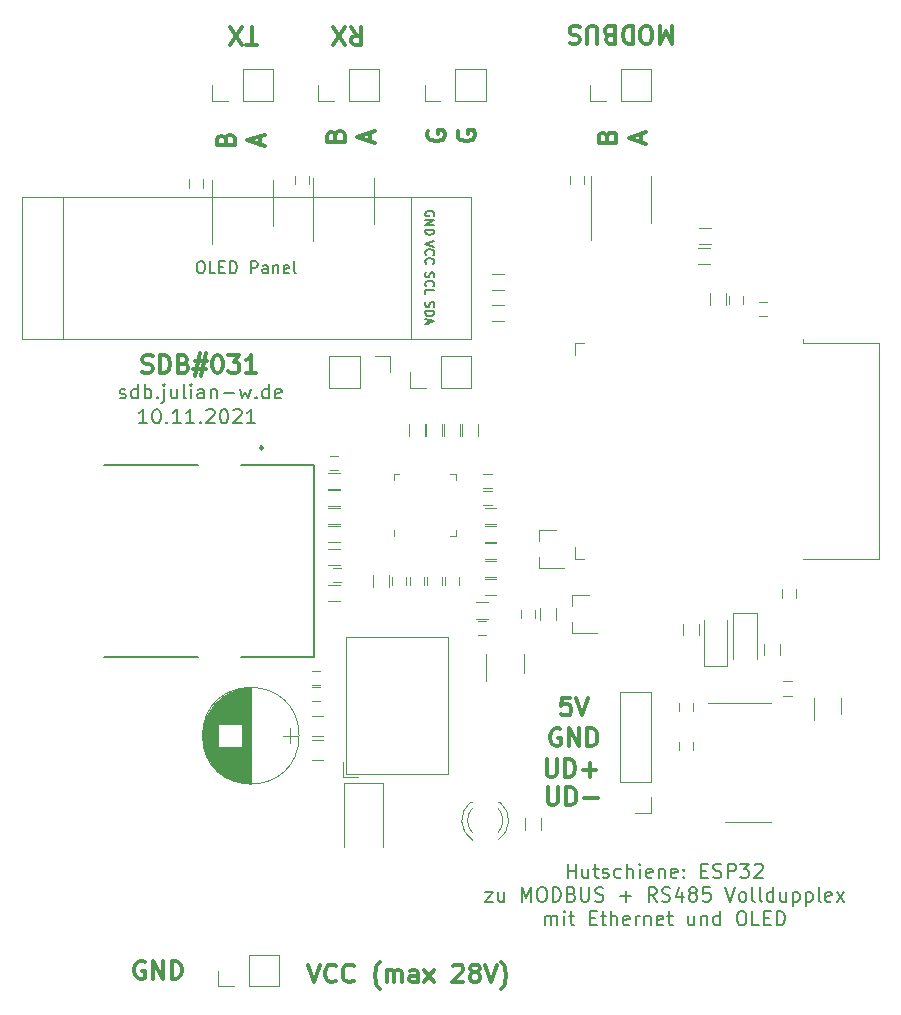
<source format=gto>
G04 #@! TF.GenerationSoftware,KiCad,Pcbnew,(5.1.10)-1*
G04 #@! TF.CreationDate,2021-11-10T22:46:01+01:00*
G04 #@! TF.ProjectId,RS485-DIN-PCB,52533438-352d-4444-994e-2d5043422e6b,rev?*
G04 #@! TF.SameCoordinates,Original*
G04 #@! TF.FileFunction,Legend,Top*
G04 #@! TF.FilePolarity,Positive*
%FSLAX46Y46*%
G04 Gerber Fmt 4.6, Leading zero omitted, Abs format (unit mm)*
G04 Created by KiCad (PCBNEW (5.1.10)-1) date 2021-11-10 22:46:01*
%MOMM*%
%LPD*%
G01*
G04 APERTURE LIST*
%ADD10C,0.200000*%
%ADD11C,0.300000*%
%ADD12C,0.120000*%
%ADD13C,0.150000*%
%ADD14C,0.250000*%
%ADD15C,0.040000*%
%ADD16R,1.600000X1.600000*%
%ADD17C,1.600000*%
%ADD18O,1.700000X1.700000*%
%ADD19R,1.700000X1.700000*%
%ADD20R,3.300000X3.300000*%
%ADD21R,0.510000X0.700000*%
%ADD22O,2.300000X1.500000*%
%ADD23R,2.300000X1.500000*%
%ADD24R,0.900000X2.000000*%
%ADD25R,2.000000X0.900000*%
%ADD26R,5.000000X5.000000*%
%ADD27R,0.500000X0.900000*%
%ADD28R,0.900000X0.500000*%
%ADD29R,0.900000X0.800000*%
%ADD30R,0.400000X0.650000*%
%ADD31R,1.200000X0.900000*%
%ADD32C,3.200000*%
%ADD33C,4.300000*%
%ADD34R,1.800000X1.800000*%
%ADD35C,1.800000*%
%ADD36R,1.800000X2.500000*%
%ADD37R,0.750000X0.800000*%
%ADD38R,0.800000X0.750000*%
%ADD39R,1.000000X1.250000*%
G04 APERTURE END LIST*
D10*
X90271428Y-136642857D02*
X90271428Y-135442857D01*
X90271428Y-136014285D02*
X90957142Y-136014285D01*
X90957142Y-136642857D02*
X90957142Y-135442857D01*
X92042857Y-135842857D02*
X92042857Y-136642857D01*
X91528571Y-135842857D02*
X91528571Y-136471428D01*
X91585714Y-136585714D01*
X91700000Y-136642857D01*
X91871428Y-136642857D01*
X91985714Y-136585714D01*
X92042857Y-136528571D01*
X92442857Y-135842857D02*
X92900000Y-135842857D01*
X92614285Y-135442857D02*
X92614285Y-136471428D01*
X92671428Y-136585714D01*
X92785714Y-136642857D01*
X92900000Y-136642857D01*
X93242857Y-136585714D02*
X93357142Y-136642857D01*
X93585714Y-136642857D01*
X93700000Y-136585714D01*
X93757142Y-136471428D01*
X93757142Y-136414285D01*
X93700000Y-136300000D01*
X93585714Y-136242857D01*
X93414285Y-136242857D01*
X93300000Y-136185714D01*
X93242857Y-136071428D01*
X93242857Y-136014285D01*
X93300000Y-135900000D01*
X93414285Y-135842857D01*
X93585714Y-135842857D01*
X93700000Y-135900000D01*
X94785714Y-136585714D02*
X94671428Y-136642857D01*
X94442857Y-136642857D01*
X94328571Y-136585714D01*
X94271428Y-136528571D01*
X94214285Y-136414285D01*
X94214285Y-136071428D01*
X94271428Y-135957142D01*
X94328571Y-135900000D01*
X94442857Y-135842857D01*
X94671428Y-135842857D01*
X94785714Y-135900000D01*
X95300000Y-136642857D02*
X95300000Y-135442857D01*
X95814285Y-136642857D02*
X95814285Y-136014285D01*
X95757142Y-135900000D01*
X95642857Y-135842857D01*
X95471428Y-135842857D01*
X95357142Y-135900000D01*
X95300000Y-135957142D01*
X96385714Y-136642857D02*
X96385714Y-135842857D01*
X96385714Y-135442857D02*
X96328571Y-135500000D01*
X96385714Y-135557142D01*
X96442857Y-135500000D01*
X96385714Y-135442857D01*
X96385714Y-135557142D01*
X97414285Y-136585714D02*
X97300000Y-136642857D01*
X97071428Y-136642857D01*
X96957142Y-136585714D01*
X96900000Y-136471428D01*
X96900000Y-136014285D01*
X96957142Y-135900000D01*
X97071428Y-135842857D01*
X97300000Y-135842857D01*
X97414285Y-135900000D01*
X97471428Y-136014285D01*
X97471428Y-136128571D01*
X96900000Y-136242857D01*
X97985714Y-135842857D02*
X97985714Y-136642857D01*
X97985714Y-135957142D02*
X98042857Y-135900000D01*
X98157142Y-135842857D01*
X98328571Y-135842857D01*
X98442857Y-135900000D01*
X98500000Y-136014285D01*
X98500000Y-136642857D01*
X99528571Y-136585714D02*
X99414285Y-136642857D01*
X99185714Y-136642857D01*
X99071428Y-136585714D01*
X99014285Y-136471428D01*
X99014285Y-136014285D01*
X99071428Y-135900000D01*
X99185714Y-135842857D01*
X99414285Y-135842857D01*
X99528571Y-135900000D01*
X99585714Y-136014285D01*
X99585714Y-136128571D01*
X99014285Y-136242857D01*
X100100000Y-136528571D02*
X100157142Y-136585714D01*
X100100000Y-136642857D01*
X100042857Y-136585714D01*
X100100000Y-136528571D01*
X100100000Y-136642857D01*
X100100000Y-135900000D02*
X100157142Y-135957142D01*
X100100000Y-136014285D01*
X100042857Y-135957142D01*
X100100000Y-135900000D01*
X100100000Y-136014285D01*
X101585714Y-136014285D02*
X101985714Y-136014285D01*
X102157142Y-136642857D02*
X101585714Y-136642857D01*
X101585714Y-135442857D01*
X102157142Y-135442857D01*
X102614285Y-136585714D02*
X102785714Y-136642857D01*
X103071428Y-136642857D01*
X103185714Y-136585714D01*
X103242857Y-136528571D01*
X103300000Y-136414285D01*
X103300000Y-136300000D01*
X103242857Y-136185714D01*
X103185714Y-136128571D01*
X103071428Y-136071428D01*
X102842857Y-136014285D01*
X102728571Y-135957142D01*
X102671428Y-135900000D01*
X102614285Y-135785714D01*
X102614285Y-135671428D01*
X102671428Y-135557142D01*
X102728571Y-135500000D01*
X102842857Y-135442857D01*
X103128571Y-135442857D01*
X103300000Y-135500000D01*
X103814285Y-136642857D02*
X103814285Y-135442857D01*
X104271428Y-135442857D01*
X104385714Y-135500000D01*
X104442857Y-135557142D01*
X104500000Y-135671428D01*
X104500000Y-135842857D01*
X104442857Y-135957142D01*
X104385714Y-136014285D01*
X104271428Y-136071428D01*
X103814285Y-136071428D01*
X104900000Y-135442857D02*
X105642857Y-135442857D01*
X105242857Y-135900000D01*
X105414285Y-135900000D01*
X105528571Y-135957142D01*
X105585714Y-136014285D01*
X105642857Y-136128571D01*
X105642857Y-136414285D01*
X105585714Y-136528571D01*
X105528571Y-136585714D01*
X105414285Y-136642857D01*
X105071428Y-136642857D01*
X104957142Y-136585714D01*
X104900000Y-136528571D01*
X106100000Y-135557142D02*
X106157142Y-135500000D01*
X106271428Y-135442857D01*
X106557142Y-135442857D01*
X106671428Y-135500000D01*
X106728571Y-135557142D01*
X106785714Y-135671428D01*
X106785714Y-135785714D01*
X106728571Y-135957142D01*
X106042857Y-136642857D01*
X106785714Y-136642857D01*
X83300000Y-137842857D02*
X83928571Y-137842857D01*
X83300000Y-138642857D01*
X83928571Y-138642857D01*
X84900000Y-137842857D02*
X84900000Y-138642857D01*
X84385714Y-137842857D02*
X84385714Y-138471428D01*
X84442857Y-138585714D01*
X84557142Y-138642857D01*
X84728571Y-138642857D01*
X84842857Y-138585714D01*
X84900000Y-138528571D01*
X86385714Y-138642857D02*
X86385714Y-137442857D01*
X86785714Y-138300000D01*
X87185714Y-137442857D01*
X87185714Y-138642857D01*
X87985714Y-137442857D02*
X88214285Y-137442857D01*
X88328571Y-137500000D01*
X88442857Y-137614285D01*
X88500000Y-137842857D01*
X88500000Y-138242857D01*
X88442857Y-138471428D01*
X88328571Y-138585714D01*
X88214285Y-138642857D01*
X87985714Y-138642857D01*
X87871428Y-138585714D01*
X87757142Y-138471428D01*
X87700000Y-138242857D01*
X87700000Y-137842857D01*
X87757142Y-137614285D01*
X87871428Y-137500000D01*
X87985714Y-137442857D01*
X89014285Y-138642857D02*
X89014285Y-137442857D01*
X89300000Y-137442857D01*
X89471428Y-137500000D01*
X89585714Y-137614285D01*
X89642857Y-137728571D01*
X89700000Y-137957142D01*
X89700000Y-138128571D01*
X89642857Y-138357142D01*
X89585714Y-138471428D01*
X89471428Y-138585714D01*
X89300000Y-138642857D01*
X89014285Y-138642857D01*
X90614285Y-138014285D02*
X90785714Y-138071428D01*
X90842857Y-138128571D01*
X90900000Y-138242857D01*
X90900000Y-138414285D01*
X90842857Y-138528571D01*
X90785714Y-138585714D01*
X90671428Y-138642857D01*
X90214285Y-138642857D01*
X90214285Y-137442857D01*
X90614285Y-137442857D01*
X90728571Y-137500000D01*
X90785714Y-137557142D01*
X90842857Y-137671428D01*
X90842857Y-137785714D01*
X90785714Y-137900000D01*
X90728571Y-137957142D01*
X90614285Y-138014285D01*
X90214285Y-138014285D01*
X91414285Y-137442857D02*
X91414285Y-138414285D01*
X91471428Y-138528571D01*
X91528571Y-138585714D01*
X91642857Y-138642857D01*
X91871428Y-138642857D01*
X91985714Y-138585714D01*
X92042857Y-138528571D01*
X92100000Y-138414285D01*
X92100000Y-137442857D01*
X92614285Y-138585714D02*
X92785714Y-138642857D01*
X93071428Y-138642857D01*
X93185714Y-138585714D01*
X93242857Y-138528571D01*
X93300000Y-138414285D01*
X93300000Y-138300000D01*
X93242857Y-138185714D01*
X93185714Y-138128571D01*
X93071428Y-138071428D01*
X92842857Y-138014285D01*
X92728571Y-137957142D01*
X92671428Y-137900000D01*
X92614285Y-137785714D01*
X92614285Y-137671428D01*
X92671428Y-137557142D01*
X92728571Y-137500000D01*
X92842857Y-137442857D01*
X93128571Y-137442857D01*
X93300000Y-137500000D01*
X94728571Y-138185714D02*
X95642857Y-138185714D01*
X95185714Y-138642857D02*
X95185714Y-137728571D01*
X97814285Y-138642857D02*
X97414285Y-138071428D01*
X97128571Y-138642857D02*
X97128571Y-137442857D01*
X97585714Y-137442857D01*
X97700000Y-137500000D01*
X97757142Y-137557142D01*
X97814285Y-137671428D01*
X97814285Y-137842857D01*
X97757142Y-137957142D01*
X97700000Y-138014285D01*
X97585714Y-138071428D01*
X97128571Y-138071428D01*
X98271428Y-138585714D02*
X98442857Y-138642857D01*
X98728571Y-138642857D01*
X98842857Y-138585714D01*
X98900000Y-138528571D01*
X98957142Y-138414285D01*
X98957142Y-138300000D01*
X98900000Y-138185714D01*
X98842857Y-138128571D01*
X98728571Y-138071428D01*
X98500000Y-138014285D01*
X98385714Y-137957142D01*
X98328571Y-137900000D01*
X98271428Y-137785714D01*
X98271428Y-137671428D01*
X98328571Y-137557142D01*
X98385714Y-137500000D01*
X98500000Y-137442857D01*
X98785714Y-137442857D01*
X98957142Y-137500000D01*
X99985714Y-137842857D02*
X99985714Y-138642857D01*
X99700000Y-137385714D02*
X99414285Y-138242857D01*
X100157142Y-138242857D01*
X100785714Y-137957142D02*
X100671428Y-137900000D01*
X100614285Y-137842857D01*
X100557142Y-137728571D01*
X100557142Y-137671428D01*
X100614285Y-137557142D01*
X100671428Y-137500000D01*
X100785714Y-137442857D01*
X101014285Y-137442857D01*
X101128571Y-137500000D01*
X101185714Y-137557142D01*
X101242857Y-137671428D01*
X101242857Y-137728571D01*
X101185714Y-137842857D01*
X101128571Y-137900000D01*
X101014285Y-137957142D01*
X100785714Y-137957142D01*
X100671428Y-138014285D01*
X100614285Y-138071428D01*
X100557142Y-138185714D01*
X100557142Y-138414285D01*
X100614285Y-138528571D01*
X100671428Y-138585714D01*
X100785714Y-138642857D01*
X101014285Y-138642857D01*
X101128571Y-138585714D01*
X101185714Y-138528571D01*
X101242857Y-138414285D01*
X101242857Y-138185714D01*
X101185714Y-138071428D01*
X101128571Y-138014285D01*
X101014285Y-137957142D01*
X102328571Y-137442857D02*
X101757142Y-137442857D01*
X101700000Y-138014285D01*
X101757142Y-137957142D01*
X101871428Y-137900000D01*
X102157142Y-137900000D01*
X102271428Y-137957142D01*
X102328571Y-138014285D01*
X102385714Y-138128571D01*
X102385714Y-138414285D01*
X102328571Y-138528571D01*
X102271428Y-138585714D01*
X102157142Y-138642857D01*
X101871428Y-138642857D01*
X101757142Y-138585714D01*
X101700000Y-138528571D01*
X103642857Y-137442857D02*
X104042857Y-138642857D01*
X104442857Y-137442857D01*
X105014285Y-138642857D02*
X104900000Y-138585714D01*
X104842857Y-138528571D01*
X104785714Y-138414285D01*
X104785714Y-138071428D01*
X104842857Y-137957142D01*
X104900000Y-137900000D01*
X105014285Y-137842857D01*
X105185714Y-137842857D01*
X105300000Y-137900000D01*
X105357142Y-137957142D01*
X105414285Y-138071428D01*
X105414285Y-138414285D01*
X105357142Y-138528571D01*
X105300000Y-138585714D01*
X105185714Y-138642857D01*
X105014285Y-138642857D01*
X106100000Y-138642857D02*
X105985714Y-138585714D01*
X105928571Y-138471428D01*
X105928571Y-137442857D01*
X106728571Y-138642857D02*
X106614285Y-138585714D01*
X106557142Y-138471428D01*
X106557142Y-137442857D01*
X107700000Y-138642857D02*
X107700000Y-137442857D01*
X107700000Y-138585714D02*
X107585714Y-138642857D01*
X107357142Y-138642857D01*
X107242857Y-138585714D01*
X107185714Y-138528571D01*
X107128571Y-138414285D01*
X107128571Y-138071428D01*
X107185714Y-137957142D01*
X107242857Y-137900000D01*
X107357142Y-137842857D01*
X107585714Y-137842857D01*
X107700000Y-137900000D01*
X108785714Y-137842857D02*
X108785714Y-138642857D01*
X108271428Y-137842857D02*
X108271428Y-138471428D01*
X108328571Y-138585714D01*
X108442857Y-138642857D01*
X108614285Y-138642857D01*
X108728571Y-138585714D01*
X108785714Y-138528571D01*
X109357142Y-137842857D02*
X109357142Y-139042857D01*
X109357142Y-137900000D02*
X109471428Y-137842857D01*
X109700000Y-137842857D01*
X109814285Y-137900000D01*
X109871428Y-137957142D01*
X109928571Y-138071428D01*
X109928571Y-138414285D01*
X109871428Y-138528571D01*
X109814285Y-138585714D01*
X109700000Y-138642857D01*
X109471428Y-138642857D01*
X109357142Y-138585714D01*
X110442857Y-137842857D02*
X110442857Y-139042857D01*
X110442857Y-137900000D02*
X110557142Y-137842857D01*
X110785714Y-137842857D01*
X110900000Y-137900000D01*
X110957142Y-137957142D01*
X111014285Y-138071428D01*
X111014285Y-138414285D01*
X110957142Y-138528571D01*
X110900000Y-138585714D01*
X110785714Y-138642857D01*
X110557142Y-138642857D01*
X110442857Y-138585714D01*
X111700000Y-138642857D02*
X111585714Y-138585714D01*
X111528571Y-138471428D01*
X111528571Y-137442857D01*
X112614285Y-138585714D02*
X112500000Y-138642857D01*
X112271428Y-138642857D01*
X112157142Y-138585714D01*
X112100000Y-138471428D01*
X112100000Y-138014285D01*
X112157142Y-137900000D01*
X112271428Y-137842857D01*
X112500000Y-137842857D01*
X112614285Y-137900000D01*
X112671428Y-138014285D01*
X112671428Y-138128571D01*
X112100000Y-138242857D01*
X113071428Y-138642857D02*
X113700000Y-137842857D01*
X113071428Y-137842857D02*
X113700000Y-138642857D01*
X88385714Y-140642857D02*
X88385714Y-139842857D01*
X88385714Y-139957142D02*
X88442857Y-139900000D01*
X88557142Y-139842857D01*
X88728571Y-139842857D01*
X88842857Y-139900000D01*
X88900000Y-140014285D01*
X88900000Y-140642857D01*
X88900000Y-140014285D02*
X88957142Y-139900000D01*
X89071428Y-139842857D01*
X89242857Y-139842857D01*
X89357142Y-139900000D01*
X89414285Y-140014285D01*
X89414285Y-140642857D01*
X89985714Y-140642857D02*
X89985714Y-139842857D01*
X89985714Y-139442857D02*
X89928571Y-139500000D01*
X89985714Y-139557142D01*
X90042857Y-139500000D01*
X89985714Y-139442857D01*
X89985714Y-139557142D01*
X90385714Y-139842857D02*
X90842857Y-139842857D01*
X90557142Y-139442857D02*
X90557142Y-140471428D01*
X90614285Y-140585714D01*
X90728571Y-140642857D01*
X90842857Y-140642857D01*
X92157142Y-140014285D02*
X92557142Y-140014285D01*
X92728571Y-140642857D02*
X92157142Y-140642857D01*
X92157142Y-139442857D01*
X92728571Y-139442857D01*
X93071428Y-139842857D02*
X93528571Y-139842857D01*
X93242857Y-139442857D02*
X93242857Y-140471428D01*
X93300000Y-140585714D01*
X93414285Y-140642857D01*
X93528571Y-140642857D01*
X93928571Y-140642857D02*
X93928571Y-139442857D01*
X94442857Y-140642857D02*
X94442857Y-140014285D01*
X94385714Y-139900000D01*
X94271428Y-139842857D01*
X94100000Y-139842857D01*
X93985714Y-139900000D01*
X93928571Y-139957142D01*
X95471428Y-140585714D02*
X95357142Y-140642857D01*
X95128571Y-140642857D01*
X95014285Y-140585714D01*
X94957142Y-140471428D01*
X94957142Y-140014285D01*
X95014285Y-139900000D01*
X95128571Y-139842857D01*
X95357142Y-139842857D01*
X95471428Y-139900000D01*
X95528571Y-140014285D01*
X95528571Y-140128571D01*
X94957142Y-140242857D01*
X96042857Y-140642857D02*
X96042857Y-139842857D01*
X96042857Y-140071428D02*
X96100000Y-139957142D01*
X96157142Y-139900000D01*
X96271428Y-139842857D01*
X96385714Y-139842857D01*
X96785714Y-139842857D02*
X96785714Y-140642857D01*
X96785714Y-139957142D02*
X96842857Y-139900000D01*
X96957142Y-139842857D01*
X97128571Y-139842857D01*
X97242857Y-139900000D01*
X97300000Y-140014285D01*
X97300000Y-140642857D01*
X98328571Y-140585714D02*
X98214285Y-140642857D01*
X97985714Y-140642857D01*
X97871428Y-140585714D01*
X97814285Y-140471428D01*
X97814285Y-140014285D01*
X97871428Y-139900000D01*
X97985714Y-139842857D01*
X98214285Y-139842857D01*
X98328571Y-139900000D01*
X98385714Y-140014285D01*
X98385714Y-140128571D01*
X97814285Y-140242857D01*
X98728571Y-139842857D02*
X99185714Y-139842857D01*
X98900000Y-139442857D02*
X98900000Y-140471428D01*
X98957142Y-140585714D01*
X99071428Y-140642857D01*
X99185714Y-140642857D01*
X101014285Y-139842857D02*
X101014285Y-140642857D01*
X100500000Y-139842857D02*
X100500000Y-140471428D01*
X100557142Y-140585714D01*
X100671428Y-140642857D01*
X100842857Y-140642857D01*
X100957142Y-140585714D01*
X101014285Y-140528571D01*
X101585714Y-139842857D02*
X101585714Y-140642857D01*
X101585714Y-139957142D02*
X101642857Y-139900000D01*
X101757142Y-139842857D01*
X101928571Y-139842857D01*
X102042857Y-139900000D01*
X102100000Y-140014285D01*
X102100000Y-140642857D01*
X103185714Y-140642857D02*
X103185714Y-139442857D01*
X103185714Y-140585714D02*
X103071428Y-140642857D01*
X102842857Y-140642857D01*
X102728571Y-140585714D01*
X102671428Y-140528571D01*
X102614285Y-140414285D01*
X102614285Y-140071428D01*
X102671428Y-139957142D01*
X102728571Y-139900000D01*
X102842857Y-139842857D01*
X103071428Y-139842857D01*
X103185714Y-139900000D01*
X104900000Y-139442857D02*
X105128571Y-139442857D01*
X105242857Y-139500000D01*
X105357142Y-139614285D01*
X105414285Y-139842857D01*
X105414285Y-140242857D01*
X105357142Y-140471428D01*
X105242857Y-140585714D01*
X105128571Y-140642857D01*
X104900000Y-140642857D01*
X104785714Y-140585714D01*
X104671428Y-140471428D01*
X104614285Y-140242857D01*
X104614285Y-139842857D01*
X104671428Y-139614285D01*
X104785714Y-139500000D01*
X104900000Y-139442857D01*
X106500000Y-140642857D02*
X105928571Y-140642857D01*
X105928571Y-139442857D01*
X106900000Y-140014285D02*
X107300000Y-140014285D01*
X107471428Y-140642857D02*
X106900000Y-140642857D01*
X106900000Y-139442857D01*
X107471428Y-139442857D01*
X107985714Y-140642857D02*
X107985714Y-139442857D01*
X108271428Y-139442857D01*
X108442857Y-139500000D01*
X108557142Y-139614285D01*
X108614285Y-139728571D01*
X108671428Y-139957142D01*
X108671428Y-140128571D01*
X108614285Y-140357142D01*
X108557142Y-140471428D01*
X108442857Y-140585714D01*
X108271428Y-140642857D01*
X107985714Y-140642857D01*
X54671428Y-98142857D02*
X53985714Y-98142857D01*
X54328571Y-98142857D02*
X54328571Y-96942857D01*
X54214285Y-97114285D01*
X54100000Y-97228571D01*
X53985714Y-97285714D01*
X55414285Y-96942857D02*
X55528571Y-96942857D01*
X55642857Y-97000000D01*
X55700000Y-97057142D01*
X55757142Y-97171428D01*
X55814285Y-97400000D01*
X55814285Y-97685714D01*
X55757142Y-97914285D01*
X55700000Y-98028571D01*
X55642857Y-98085714D01*
X55528571Y-98142857D01*
X55414285Y-98142857D01*
X55300000Y-98085714D01*
X55242857Y-98028571D01*
X55185714Y-97914285D01*
X55128571Y-97685714D01*
X55128571Y-97400000D01*
X55185714Y-97171428D01*
X55242857Y-97057142D01*
X55300000Y-97000000D01*
X55414285Y-96942857D01*
X56328571Y-98028571D02*
X56385714Y-98085714D01*
X56328571Y-98142857D01*
X56271428Y-98085714D01*
X56328571Y-98028571D01*
X56328571Y-98142857D01*
X57528571Y-98142857D02*
X56842857Y-98142857D01*
X57185714Y-98142857D02*
X57185714Y-96942857D01*
X57071428Y-97114285D01*
X56957142Y-97228571D01*
X56842857Y-97285714D01*
X58671428Y-98142857D02*
X57985714Y-98142857D01*
X58328571Y-98142857D02*
X58328571Y-96942857D01*
X58214285Y-97114285D01*
X58100000Y-97228571D01*
X57985714Y-97285714D01*
X59185714Y-98028571D02*
X59242857Y-98085714D01*
X59185714Y-98142857D01*
X59128571Y-98085714D01*
X59185714Y-98028571D01*
X59185714Y-98142857D01*
X59700000Y-97057142D02*
X59757142Y-97000000D01*
X59871428Y-96942857D01*
X60157142Y-96942857D01*
X60271428Y-97000000D01*
X60328571Y-97057142D01*
X60385714Y-97171428D01*
X60385714Y-97285714D01*
X60328571Y-97457142D01*
X59642857Y-98142857D01*
X60385714Y-98142857D01*
X61128571Y-96942857D02*
X61242857Y-96942857D01*
X61357142Y-97000000D01*
X61414285Y-97057142D01*
X61471428Y-97171428D01*
X61528571Y-97400000D01*
X61528571Y-97685714D01*
X61471428Y-97914285D01*
X61414285Y-98028571D01*
X61357142Y-98085714D01*
X61242857Y-98142857D01*
X61128571Y-98142857D01*
X61014285Y-98085714D01*
X60957142Y-98028571D01*
X60900000Y-97914285D01*
X60842857Y-97685714D01*
X60842857Y-97400000D01*
X60900000Y-97171428D01*
X60957142Y-97057142D01*
X61014285Y-97000000D01*
X61128571Y-96942857D01*
X61985714Y-97057142D02*
X62042857Y-97000000D01*
X62157142Y-96942857D01*
X62442857Y-96942857D01*
X62557142Y-97000000D01*
X62614285Y-97057142D01*
X62671428Y-97171428D01*
X62671428Y-97285714D01*
X62614285Y-97457142D01*
X61928571Y-98142857D01*
X62671428Y-98142857D01*
X63814285Y-98142857D02*
X63128571Y-98142857D01*
X63471428Y-98142857D02*
X63471428Y-96942857D01*
X63357142Y-97114285D01*
X63242857Y-97228571D01*
X63128571Y-97285714D01*
X52342857Y-95985714D02*
X52457142Y-96042857D01*
X52685714Y-96042857D01*
X52800000Y-95985714D01*
X52857142Y-95871428D01*
X52857142Y-95814285D01*
X52800000Y-95700000D01*
X52685714Y-95642857D01*
X52514285Y-95642857D01*
X52400000Y-95585714D01*
X52342857Y-95471428D01*
X52342857Y-95414285D01*
X52400000Y-95300000D01*
X52514285Y-95242857D01*
X52685714Y-95242857D01*
X52800000Y-95300000D01*
X53885714Y-96042857D02*
X53885714Y-94842857D01*
X53885714Y-95985714D02*
X53771428Y-96042857D01*
X53542857Y-96042857D01*
X53428571Y-95985714D01*
X53371428Y-95928571D01*
X53314285Y-95814285D01*
X53314285Y-95471428D01*
X53371428Y-95357142D01*
X53428571Y-95300000D01*
X53542857Y-95242857D01*
X53771428Y-95242857D01*
X53885714Y-95300000D01*
X54457142Y-96042857D02*
X54457142Y-94842857D01*
X54457142Y-95300000D02*
X54571428Y-95242857D01*
X54800000Y-95242857D01*
X54914285Y-95300000D01*
X54971428Y-95357142D01*
X55028571Y-95471428D01*
X55028571Y-95814285D01*
X54971428Y-95928571D01*
X54914285Y-95985714D01*
X54800000Y-96042857D01*
X54571428Y-96042857D01*
X54457142Y-95985714D01*
X55542857Y-95928571D02*
X55600000Y-95985714D01*
X55542857Y-96042857D01*
X55485714Y-95985714D01*
X55542857Y-95928571D01*
X55542857Y-96042857D01*
X56114285Y-95242857D02*
X56114285Y-96271428D01*
X56057142Y-96385714D01*
X55942857Y-96442857D01*
X55885714Y-96442857D01*
X56114285Y-94842857D02*
X56057142Y-94900000D01*
X56114285Y-94957142D01*
X56171428Y-94900000D01*
X56114285Y-94842857D01*
X56114285Y-94957142D01*
X57200000Y-95242857D02*
X57200000Y-96042857D01*
X56685714Y-95242857D02*
X56685714Y-95871428D01*
X56742857Y-95985714D01*
X56857142Y-96042857D01*
X57028571Y-96042857D01*
X57142857Y-95985714D01*
X57200000Y-95928571D01*
X57942857Y-96042857D02*
X57828571Y-95985714D01*
X57771428Y-95871428D01*
X57771428Y-94842857D01*
X58400000Y-96042857D02*
X58400000Y-95242857D01*
X58400000Y-94842857D02*
X58342857Y-94900000D01*
X58400000Y-94957142D01*
X58457142Y-94900000D01*
X58400000Y-94842857D01*
X58400000Y-94957142D01*
X59485714Y-96042857D02*
X59485714Y-95414285D01*
X59428571Y-95300000D01*
X59314285Y-95242857D01*
X59085714Y-95242857D01*
X58971428Y-95300000D01*
X59485714Y-95985714D02*
X59371428Y-96042857D01*
X59085714Y-96042857D01*
X58971428Y-95985714D01*
X58914285Y-95871428D01*
X58914285Y-95757142D01*
X58971428Y-95642857D01*
X59085714Y-95585714D01*
X59371428Y-95585714D01*
X59485714Y-95528571D01*
X60057142Y-95242857D02*
X60057142Y-96042857D01*
X60057142Y-95357142D02*
X60114285Y-95300000D01*
X60228571Y-95242857D01*
X60400000Y-95242857D01*
X60514285Y-95300000D01*
X60571428Y-95414285D01*
X60571428Y-96042857D01*
X61142857Y-95585714D02*
X62057142Y-95585714D01*
X62514285Y-95242857D02*
X62742857Y-96042857D01*
X62971428Y-95471428D01*
X63200000Y-96042857D01*
X63428571Y-95242857D01*
X63885714Y-95928571D02*
X63942857Y-95985714D01*
X63885714Y-96042857D01*
X63828571Y-95985714D01*
X63885714Y-95928571D01*
X63885714Y-96042857D01*
X64971428Y-96042857D02*
X64971428Y-94842857D01*
X64971428Y-95985714D02*
X64857142Y-96042857D01*
X64628571Y-96042857D01*
X64514285Y-95985714D01*
X64457142Y-95928571D01*
X64400000Y-95814285D01*
X64400000Y-95471428D01*
X64457142Y-95357142D01*
X64514285Y-95300000D01*
X64628571Y-95242857D01*
X64857142Y-95242857D01*
X64971428Y-95300000D01*
X66000000Y-95985714D02*
X65885714Y-96042857D01*
X65657142Y-96042857D01*
X65542857Y-95985714D01*
X65485714Y-95871428D01*
X65485714Y-95414285D01*
X65542857Y-95300000D01*
X65657142Y-95242857D01*
X65885714Y-95242857D01*
X66000000Y-95300000D01*
X66057142Y-95414285D01*
X66057142Y-95528571D01*
X65485714Y-95642857D01*
D11*
X54278571Y-93807142D02*
X54492857Y-93878571D01*
X54850000Y-93878571D01*
X54992857Y-93807142D01*
X55064285Y-93735714D01*
X55135714Y-93592857D01*
X55135714Y-93450000D01*
X55064285Y-93307142D01*
X54992857Y-93235714D01*
X54850000Y-93164285D01*
X54564285Y-93092857D01*
X54421428Y-93021428D01*
X54350000Y-92950000D01*
X54278571Y-92807142D01*
X54278571Y-92664285D01*
X54350000Y-92521428D01*
X54421428Y-92450000D01*
X54564285Y-92378571D01*
X54921428Y-92378571D01*
X55135714Y-92450000D01*
X55778571Y-93878571D02*
X55778571Y-92378571D01*
X56135714Y-92378571D01*
X56350000Y-92450000D01*
X56492857Y-92592857D01*
X56564285Y-92735714D01*
X56635714Y-93021428D01*
X56635714Y-93235714D01*
X56564285Y-93521428D01*
X56492857Y-93664285D01*
X56350000Y-93807142D01*
X56135714Y-93878571D01*
X55778571Y-93878571D01*
X57778571Y-93092857D02*
X57992857Y-93164285D01*
X58064285Y-93235714D01*
X58135714Y-93378571D01*
X58135714Y-93592857D01*
X58064285Y-93735714D01*
X57992857Y-93807142D01*
X57850000Y-93878571D01*
X57278571Y-93878571D01*
X57278571Y-92378571D01*
X57778571Y-92378571D01*
X57921428Y-92450000D01*
X57992857Y-92521428D01*
X58064285Y-92664285D01*
X58064285Y-92807142D01*
X57992857Y-92950000D01*
X57921428Y-93021428D01*
X57778571Y-93092857D01*
X57278571Y-93092857D01*
X58707142Y-92878571D02*
X59778571Y-92878571D01*
X59135714Y-92235714D02*
X58707142Y-94164285D01*
X59635714Y-93521428D02*
X58564285Y-93521428D01*
X59207142Y-94164285D02*
X59635714Y-92235714D01*
X60564285Y-92378571D02*
X60707142Y-92378571D01*
X60850000Y-92450000D01*
X60921428Y-92521428D01*
X60992857Y-92664285D01*
X61064285Y-92950000D01*
X61064285Y-93307142D01*
X60992857Y-93592857D01*
X60921428Y-93735714D01*
X60850000Y-93807142D01*
X60707142Y-93878571D01*
X60564285Y-93878571D01*
X60421428Y-93807142D01*
X60350000Y-93735714D01*
X60278571Y-93592857D01*
X60207142Y-93307142D01*
X60207142Y-92950000D01*
X60278571Y-92664285D01*
X60350000Y-92521428D01*
X60421428Y-92450000D01*
X60564285Y-92378571D01*
X61564285Y-92378571D02*
X62492857Y-92378571D01*
X61992857Y-92950000D01*
X62207142Y-92950000D01*
X62350000Y-93021428D01*
X62421428Y-93092857D01*
X62492857Y-93235714D01*
X62492857Y-93592857D01*
X62421428Y-93735714D01*
X62350000Y-93807142D01*
X62207142Y-93878571D01*
X61778571Y-93878571D01*
X61635714Y-93807142D01*
X61564285Y-93735714D01*
X63921428Y-93878571D02*
X63064285Y-93878571D01*
X63492857Y-93878571D02*
X63492857Y-92378571D01*
X63350000Y-92592857D01*
X63207142Y-92735714D01*
X63064285Y-92807142D01*
X88592857Y-128978571D02*
X88592857Y-130192857D01*
X88664285Y-130335714D01*
X88735714Y-130407142D01*
X88878571Y-130478571D01*
X89164285Y-130478571D01*
X89307142Y-130407142D01*
X89378571Y-130335714D01*
X89450000Y-130192857D01*
X89450000Y-128978571D01*
X90164285Y-130478571D02*
X90164285Y-128978571D01*
X90521428Y-128978571D01*
X90735714Y-129050000D01*
X90878571Y-129192857D01*
X90950000Y-129335714D01*
X91021428Y-129621428D01*
X91021428Y-129835714D01*
X90950000Y-130121428D01*
X90878571Y-130264285D01*
X90735714Y-130407142D01*
X90521428Y-130478571D01*
X90164285Y-130478571D01*
X91664285Y-129907142D02*
X92807142Y-129907142D01*
X88492857Y-126578571D02*
X88492857Y-127792857D01*
X88564285Y-127935714D01*
X88635714Y-128007142D01*
X88778571Y-128078571D01*
X89064285Y-128078571D01*
X89207142Y-128007142D01*
X89278571Y-127935714D01*
X89350000Y-127792857D01*
X89350000Y-126578571D01*
X90064285Y-128078571D02*
X90064285Y-126578571D01*
X90421428Y-126578571D01*
X90635714Y-126650000D01*
X90778571Y-126792857D01*
X90850000Y-126935714D01*
X90921428Y-127221428D01*
X90921428Y-127435714D01*
X90850000Y-127721428D01*
X90778571Y-127864285D01*
X90635714Y-128007142D01*
X90421428Y-128078571D01*
X90064285Y-128078571D01*
X91564285Y-127507142D02*
X92707142Y-127507142D01*
X92135714Y-128078571D02*
X92135714Y-126935714D01*
X90514285Y-121378571D02*
X89800000Y-121378571D01*
X89728571Y-122092857D01*
X89800000Y-122021428D01*
X89942857Y-121950000D01*
X90300000Y-121950000D01*
X90442857Y-122021428D01*
X90514285Y-122092857D01*
X90585714Y-122235714D01*
X90585714Y-122592857D01*
X90514285Y-122735714D01*
X90442857Y-122807142D01*
X90300000Y-122878571D01*
X89942857Y-122878571D01*
X89800000Y-122807142D01*
X89728571Y-122735714D01*
X91014285Y-121378571D02*
X91514285Y-122878571D01*
X92014285Y-121378571D01*
X89657142Y-124050000D02*
X89514285Y-123978571D01*
X89300000Y-123978571D01*
X89085714Y-124050000D01*
X88942857Y-124192857D01*
X88871428Y-124335714D01*
X88800000Y-124621428D01*
X88800000Y-124835714D01*
X88871428Y-125121428D01*
X88942857Y-125264285D01*
X89085714Y-125407142D01*
X89300000Y-125478571D01*
X89442857Y-125478571D01*
X89657142Y-125407142D01*
X89728571Y-125335714D01*
X89728571Y-124835714D01*
X89442857Y-124835714D01*
X90371428Y-125478571D02*
X90371428Y-123978571D01*
X91228571Y-125478571D01*
X91228571Y-123978571D01*
X91942857Y-125478571D02*
X91942857Y-123978571D01*
X92300000Y-123978571D01*
X92514285Y-124050000D01*
X92657142Y-124192857D01*
X92728571Y-124335714D01*
X92800000Y-124621428D01*
X92800000Y-124835714D01*
X92728571Y-125121428D01*
X92657142Y-125264285D01*
X92514285Y-125407142D01*
X92300000Y-125478571D01*
X91942857Y-125478571D01*
X54457142Y-143750000D02*
X54314285Y-143678571D01*
X54100000Y-143678571D01*
X53885714Y-143750000D01*
X53742857Y-143892857D01*
X53671428Y-144035714D01*
X53600000Y-144321428D01*
X53600000Y-144535714D01*
X53671428Y-144821428D01*
X53742857Y-144964285D01*
X53885714Y-145107142D01*
X54100000Y-145178571D01*
X54242857Y-145178571D01*
X54457142Y-145107142D01*
X54528571Y-145035714D01*
X54528571Y-144535714D01*
X54242857Y-144535714D01*
X55171428Y-145178571D02*
X55171428Y-143678571D01*
X56028571Y-145178571D01*
X56028571Y-143678571D01*
X56742857Y-145178571D02*
X56742857Y-143678571D01*
X57100000Y-143678571D01*
X57314285Y-143750000D01*
X57457142Y-143892857D01*
X57528571Y-144035714D01*
X57600000Y-144321428D01*
X57600000Y-144535714D01*
X57528571Y-144821428D01*
X57457142Y-144964285D01*
X57314285Y-145107142D01*
X57100000Y-145178571D01*
X56742857Y-145178571D01*
X68300000Y-143978571D02*
X68800000Y-145478571D01*
X69300000Y-143978571D01*
X70657142Y-145335714D02*
X70585714Y-145407142D01*
X70371428Y-145478571D01*
X70228571Y-145478571D01*
X70014285Y-145407142D01*
X69871428Y-145264285D01*
X69800000Y-145121428D01*
X69728571Y-144835714D01*
X69728571Y-144621428D01*
X69800000Y-144335714D01*
X69871428Y-144192857D01*
X70014285Y-144050000D01*
X70228571Y-143978571D01*
X70371428Y-143978571D01*
X70585714Y-144050000D01*
X70657142Y-144121428D01*
X72157142Y-145335714D02*
X72085714Y-145407142D01*
X71871428Y-145478571D01*
X71728571Y-145478571D01*
X71514285Y-145407142D01*
X71371428Y-145264285D01*
X71300000Y-145121428D01*
X71228571Y-144835714D01*
X71228571Y-144621428D01*
X71300000Y-144335714D01*
X71371428Y-144192857D01*
X71514285Y-144050000D01*
X71728571Y-143978571D01*
X71871428Y-143978571D01*
X72085714Y-144050000D01*
X72157142Y-144121428D01*
X74371428Y-146050000D02*
X74300000Y-145978571D01*
X74157142Y-145764285D01*
X74085714Y-145621428D01*
X74014285Y-145407142D01*
X73942857Y-145050000D01*
X73942857Y-144764285D01*
X74014285Y-144407142D01*
X74085714Y-144192857D01*
X74157142Y-144050000D01*
X74300000Y-143835714D01*
X74371428Y-143764285D01*
X74942857Y-145478571D02*
X74942857Y-144478571D01*
X74942857Y-144621428D02*
X75014285Y-144550000D01*
X75157142Y-144478571D01*
X75371428Y-144478571D01*
X75514285Y-144550000D01*
X75585714Y-144692857D01*
X75585714Y-145478571D01*
X75585714Y-144692857D02*
X75657142Y-144550000D01*
X75800000Y-144478571D01*
X76014285Y-144478571D01*
X76157142Y-144550000D01*
X76228571Y-144692857D01*
X76228571Y-145478571D01*
X77585714Y-145478571D02*
X77585714Y-144692857D01*
X77514285Y-144550000D01*
X77371428Y-144478571D01*
X77085714Y-144478571D01*
X76942857Y-144550000D01*
X77585714Y-145407142D02*
X77442857Y-145478571D01*
X77085714Y-145478571D01*
X76942857Y-145407142D01*
X76871428Y-145264285D01*
X76871428Y-145121428D01*
X76942857Y-144978571D01*
X77085714Y-144907142D01*
X77442857Y-144907142D01*
X77585714Y-144835714D01*
X78157142Y-145478571D02*
X78942857Y-144478571D01*
X78157142Y-144478571D02*
X78942857Y-145478571D01*
X80585714Y-144121428D02*
X80657142Y-144050000D01*
X80800000Y-143978571D01*
X81157142Y-143978571D01*
X81300000Y-144050000D01*
X81371428Y-144121428D01*
X81442857Y-144264285D01*
X81442857Y-144407142D01*
X81371428Y-144621428D01*
X80514285Y-145478571D01*
X81442857Y-145478571D01*
X82300000Y-144621428D02*
X82157142Y-144550000D01*
X82085714Y-144478571D01*
X82014285Y-144335714D01*
X82014285Y-144264285D01*
X82085714Y-144121428D01*
X82157142Y-144050000D01*
X82300000Y-143978571D01*
X82585714Y-143978571D01*
X82728571Y-144050000D01*
X82800000Y-144121428D01*
X82871428Y-144264285D01*
X82871428Y-144335714D01*
X82800000Y-144478571D01*
X82728571Y-144550000D01*
X82585714Y-144621428D01*
X82300000Y-144621428D01*
X82157142Y-144692857D01*
X82085714Y-144764285D01*
X82014285Y-144907142D01*
X82014285Y-145192857D01*
X82085714Y-145335714D01*
X82157142Y-145407142D01*
X82300000Y-145478571D01*
X82585714Y-145478571D01*
X82728571Y-145407142D01*
X82800000Y-145335714D01*
X82871428Y-145192857D01*
X82871428Y-144907142D01*
X82800000Y-144764285D01*
X82728571Y-144692857D01*
X82585714Y-144621428D01*
X83300000Y-143978571D02*
X83800000Y-145478571D01*
X84300000Y-143978571D01*
X84657142Y-146050000D02*
X84728571Y-145978571D01*
X84871428Y-145764285D01*
X84942857Y-145621428D01*
X85014285Y-145407142D01*
X85085714Y-145050000D01*
X85085714Y-144764285D01*
X85014285Y-144407142D01*
X84942857Y-144192857D01*
X84871428Y-144050000D01*
X84728571Y-143835714D01*
X84657142Y-143764285D01*
X99085714Y-64521428D02*
X99085714Y-66021428D01*
X98585714Y-64950000D01*
X98085714Y-66021428D01*
X98085714Y-64521428D01*
X97085714Y-66021428D02*
X96800000Y-66021428D01*
X96657142Y-65950000D01*
X96514285Y-65807142D01*
X96442857Y-65521428D01*
X96442857Y-65021428D01*
X96514285Y-64735714D01*
X96657142Y-64592857D01*
X96800000Y-64521428D01*
X97085714Y-64521428D01*
X97228571Y-64592857D01*
X97371428Y-64735714D01*
X97442857Y-65021428D01*
X97442857Y-65521428D01*
X97371428Y-65807142D01*
X97228571Y-65950000D01*
X97085714Y-66021428D01*
X95800000Y-64521428D02*
X95800000Y-66021428D01*
X95442857Y-66021428D01*
X95228571Y-65950000D01*
X95085714Y-65807142D01*
X95014285Y-65664285D01*
X94942857Y-65378571D01*
X94942857Y-65164285D01*
X95014285Y-64878571D01*
X95085714Y-64735714D01*
X95228571Y-64592857D01*
X95442857Y-64521428D01*
X95800000Y-64521428D01*
X93800000Y-65307142D02*
X93585714Y-65235714D01*
X93514285Y-65164285D01*
X93442857Y-65021428D01*
X93442857Y-64807142D01*
X93514285Y-64664285D01*
X93585714Y-64592857D01*
X93728571Y-64521428D01*
X94300000Y-64521428D01*
X94300000Y-66021428D01*
X93800000Y-66021428D01*
X93657142Y-65950000D01*
X93585714Y-65878571D01*
X93514285Y-65735714D01*
X93514285Y-65592857D01*
X93585714Y-65450000D01*
X93657142Y-65378571D01*
X93800000Y-65307142D01*
X94300000Y-65307142D01*
X92800000Y-66021428D02*
X92800000Y-64807142D01*
X92728571Y-64664285D01*
X92657142Y-64592857D01*
X92514285Y-64521428D01*
X92228571Y-64521428D01*
X92085714Y-64592857D01*
X92014285Y-64664285D01*
X91942857Y-64807142D01*
X91942857Y-66021428D01*
X91300000Y-64592857D02*
X91085714Y-64521428D01*
X90728571Y-64521428D01*
X90585714Y-64592857D01*
X90514285Y-64664285D01*
X90442857Y-64807142D01*
X90442857Y-64950000D01*
X90514285Y-65092857D01*
X90585714Y-65164285D01*
X90728571Y-65235714D01*
X91014285Y-65307142D01*
X91157142Y-65378571D01*
X91228571Y-65450000D01*
X91300000Y-65592857D01*
X91300000Y-65735714D01*
X91228571Y-65878571D01*
X91157142Y-65950000D01*
X91014285Y-66021428D01*
X90657142Y-66021428D01*
X90442857Y-65950000D01*
X71950000Y-64621428D02*
X72450000Y-65335714D01*
X72807142Y-64621428D02*
X72807142Y-66121428D01*
X72235714Y-66121428D01*
X72092857Y-66050000D01*
X72021428Y-65978571D01*
X71950000Y-65835714D01*
X71950000Y-65621428D01*
X72021428Y-65478571D01*
X72092857Y-65407142D01*
X72235714Y-65335714D01*
X72807142Y-65335714D01*
X71450000Y-66121428D02*
X70450000Y-64621428D01*
X70450000Y-66121428D02*
X71450000Y-64621428D01*
X63942857Y-66121428D02*
X63085714Y-66121428D01*
X63514285Y-64621428D02*
X63514285Y-66121428D01*
X62728571Y-66121428D02*
X61728571Y-64621428D01*
X61728571Y-66121428D02*
X62728571Y-64621428D01*
X78475000Y-73407142D02*
X78403571Y-73550000D01*
X78403571Y-73764285D01*
X78475000Y-73978571D01*
X78617857Y-74121428D01*
X78760714Y-74192857D01*
X79046428Y-74264285D01*
X79260714Y-74264285D01*
X79546428Y-74192857D01*
X79689285Y-74121428D01*
X79832142Y-73978571D01*
X79903571Y-73764285D01*
X79903571Y-73621428D01*
X79832142Y-73407142D01*
X79760714Y-73335714D01*
X79260714Y-73335714D01*
X79260714Y-73621428D01*
X81025000Y-73407142D02*
X80953571Y-73550000D01*
X80953571Y-73764285D01*
X81025000Y-73978571D01*
X81167857Y-74121428D01*
X81310714Y-74192857D01*
X81596428Y-74264285D01*
X81810714Y-74264285D01*
X82096428Y-74192857D01*
X82239285Y-74121428D01*
X82382142Y-73978571D01*
X82453571Y-73764285D01*
X82453571Y-73621428D01*
X82382142Y-73407142D01*
X82310714Y-73335714D01*
X81810714Y-73335714D01*
X81810714Y-73621428D01*
X93617857Y-73892857D02*
X93689285Y-73678571D01*
X93760714Y-73607142D01*
X93903571Y-73535714D01*
X94117857Y-73535714D01*
X94260714Y-73607142D01*
X94332142Y-73678571D01*
X94403571Y-73821428D01*
X94403571Y-74392857D01*
X92903571Y-74392857D01*
X92903571Y-73892857D01*
X92975000Y-73750000D01*
X93046428Y-73678571D01*
X93189285Y-73607142D01*
X93332142Y-73607142D01*
X93475000Y-73678571D01*
X93546428Y-73750000D01*
X93617857Y-73892857D01*
X93617857Y-74392857D01*
X96525000Y-74357142D02*
X96525000Y-73642857D01*
X96953571Y-74500000D02*
X95453571Y-74000000D01*
X96953571Y-73500000D01*
X70617857Y-73792857D02*
X70689285Y-73578571D01*
X70760714Y-73507142D01*
X70903571Y-73435714D01*
X71117857Y-73435714D01*
X71260714Y-73507142D01*
X71332142Y-73578571D01*
X71403571Y-73721428D01*
X71403571Y-74292857D01*
X69903571Y-74292857D01*
X69903571Y-73792857D01*
X69975000Y-73650000D01*
X70046428Y-73578571D01*
X70189285Y-73507142D01*
X70332142Y-73507142D01*
X70475000Y-73578571D01*
X70546428Y-73650000D01*
X70617857Y-73792857D01*
X70617857Y-74292857D01*
X73525000Y-74257142D02*
X73525000Y-73542857D01*
X73953571Y-74400000D02*
X72453571Y-73900000D01*
X73953571Y-73400000D01*
X61317857Y-74092857D02*
X61389285Y-73878571D01*
X61460714Y-73807142D01*
X61603571Y-73735714D01*
X61817857Y-73735714D01*
X61960714Y-73807142D01*
X62032142Y-73878571D01*
X62103571Y-74021428D01*
X62103571Y-74592857D01*
X60603571Y-74592857D01*
X60603571Y-74092857D01*
X60675000Y-73950000D01*
X60746428Y-73878571D01*
X60889285Y-73807142D01*
X61032142Y-73807142D01*
X61175000Y-73878571D01*
X61246428Y-73950000D01*
X61317857Y-74092857D01*
X61317857Y-74592857D01*
X64225000Y-74557142D02*
X64225000Y-73842857D01*
X64653571Y-74700000D02*
X63153571Y-74200000D01*
X64653571Y-73700000D01*
D12*
G04 #@! TO.C,C24*
X66800000Y-125250000D02*
X66800000Y-123950000D01*
X67400000Y-124600000D02*
X66200000Y-124600000D01*
X59369000Y-124846000D02*
X59369000Y-124354000D01*
X59409000Y-125198000D02*
X59409000Y-124002000D01*
X59449000Y-125414000D02*
X59449000Y-123786000D01*
X59489000Y-125583000D02*
X59489000Y-123617000D01*
X59529000Y-125727000D02*
X59529000Y-123473000D01*
X59569000Y-125854000D02*
X59569000Y-123346000D01*
X59609000Y-125969000D02*
X59609000Y-123231000D01*
X59649000Y-126073000D02*
X59649000Y-123127000D01*
X59689000Y-126170000D02*
X59689000Y-123030000D01*
X59729000Y-126260000D02*
X59729000Y-122940000D01*
X59769000Y-126345000D02*
X59769000Y-122855000D01*
X59809000Y-126426000D02*
X59809000Y-122774000D01*
X59849000Y-126502000D02*
X59849000Y-122698000D01*
X59889000Y-126574000D02*
X59889000Y-122626000D01*
X59929000Y-126643000D02*
X59929000Y-122557000D01*
X59969000Y-126709000D02*
X59969000Y-122491000D01*
X60009000Y-126773000D02*
X60009000Y-122427000D01*
X60049000Y-126834000D02*
X60049000Y-122366000D01*
X60089000Y-126893000D02*
X60089000Y-122307000D01*
X60129000Y-126949000D02*
X60129000Y-122251000D01*
X60169000Y-127004000D02*
X60169000Y-122196000D01*
X60209000Y-127057000D02*
X60209000Y-122143000D01*
X60249000Y-127108000D02*
X60249000Y-122092000D01*
X60289000Y-127157000D02*
X60289000Y-122043000D01*
X60329000Y-127205000D02*
X60329000Y-121995000D01*
X60369000Y-127252000D02*
X60369000Y-121948000D01*
X60409000Y-127297000D02*
X60409000Y-121903000D01*
X60449000Y-127340000D02*
X60449000Y-121860000D01*
X60489000Y-127383000D02*
X60489000Y-121817000D01*
X60529000Y-127424000D02*
X60529000Y-121776000D01*
X60569000Y-127465000D02*
X60569000Y-121735000D01*
X60609000Y-127504000D02*
X60609000Y-121696000D01*
X60649000Y-127542000D02*
X60649000Y-121658000D01*
X60689000Y-127579000D02*
X60689000Y-121621000D01*
X60729000Y-123620000D02*
X60729000Y-121585000D01*
X60729000Y-127615000D02*
X60729000Y-125580000D01*
X60769000Y-123620000D02*
X60769000Y-121550000D01*
X60769000Y-127650000D02*
X60769000Y-125580000D01*
X60809000Y-123620000D02*
X60809000Y-121516000D01*
X60809000Y-127684000D02*
X60809000Y-125580000D01*
X60849000Y-123620000D02*
X60849000Y-121482000D01*
X60849000Y-127718000D02*
X60849000Y-125580000D01*
X60889000Y-123620000D02*
X60889000Y-121450000D01*
X60889000Y-127750000D02*
X60889000Y-125580000D01*
X60929000Y-123620000D02*
X60929000Y-121418000D01*
X60929000Y-127782000D02*
X60929000Y-125580000D01*
X60969000Y-123620000D02*
X60969000Y-121387000D01*
X60969000Y-127813000D02*
X60969000Y-125580000D01*
X61009000Y-123620000D02*
X61009000Y-121357000D01*
X61009000Y-127843000D02*
X61009000Y-125580000D01*
X61049000Y-123620000D02*
X61049000Y-121328000D01*
X61049000Y-127872000D02*
X61049000Y-125580000D01*
X61089000Y-123620000D02*
X61089000Y-121299000D01*
X61089000Y-127901000D02*
X61089000Y-125580000D01*
X61129000Y-123620000D02*
X61129000Y-121271000D01*
X61129000Y-127929000D02*
X61129000Y-125580000D01*
X61169000Y-123620000D02*
X61169000Y-121244000D01*
X61169000Y-127956000D02*
X61169000Y-125580000D01*
X61209000Y-123620000D02*
X61209000Y-121217000D01*
X61209000Y-127983000D02*
X61209000Y-125580000D01*
X61249000Y-123620000D02*
X61249000Y-121192000D01*
X61249000Y-128008000D02*
X61249000Y-125580000D01*
X61289000Y-123620000D02*
X61289000Y-121166000D01*
X61289000Y-128034000D02*
X61289000Y-125580000D01*
X61329000Y-123620000D02*
X61329000Y-121142000D01*
X61329000Y-128058000D02*
X61329000Y-125580000D01*
X61369000Y-123620000D02*
X61369000Y-121118000D01*
X61369000Y-128082000D02*
X61369000Y-125580000D01*
X61409000Y-123620000D02*
X61409000Y-121095000D01*
X61409000Y-128105000D02*
X61409000Y-125580000D01*
X61449000Y-123620000D02*
X61449000Y-121072000D01*
X61449000Y-128128000D02*
X61449000Y-125580000D01*
X61489000Y-123620000D02*
X61489000Y-121050000D01*
X61489000Y-128150000D02*
X61489000Y-125580000D01*
X61529000Y-123620000D02*
X61529000Y-121028000D01*
X61529000Y-128172000D02*
X61529000Y-125580000D01*
X61569000Y-123620000D02*
X61569000Y-121007000D01*
X61569000Y-128193000D02*
X61569000Y-125580000D01*
X61609000Y-123620000D02*
X61609000Y-120987000D01*
X61609000Y-128213000D02*
X61609000Y-125580000D01*
X61649000Y-123620000D02*
X61649000Y-120967000D01*
X61649000Y-128233000D02*
X61649000Y-125580000D01*
X61689000Y-123620000D02*
X61689000Y-120948000D01*
X61689000Y-128252000D02*
X61689000Y-125580000D01*
X61729000Y-123620000D02*
X61729000Y-120929000D01*
X61729000Y-128271000D02*
X61729000Y-125580000D01*
X61769000Y-123620000D02*
X61769000Y-120910000D01*
X61769000Y-128290000D02*
X61769000Y-125580000D01*
X61809000Y-123620000D02*
X61809000Y-120893000D01*
X61809000Y-128307000D02*
X61809000Y-125580000D01*
X61849000Y-123620000D02*
X61849000Y-120875000D01*
X61849000Y-128325000D02*
X61849000Y-125580000D01*
X61889000Y-123620000D02*
X61889000Y-120859000D01*
X61889000Y-128341000D02*
X61889000Y-125580000D01*
X61929000Y-123620000D02*
X61929000Y-120842000D01*
X61929000Y-128358000D02*
X61929000Y-125580000D01*
X61969000Y-123620000D02*
X61969000Y-120827000D01*
X61969000Y-128373000D02*
X61969000Y-125580000D01*
X62009000Y-123620000D02*
X62009000Y-120811000D01*
X62009000Y-128389000D02*
X62009000Y-125580000D01*
X62049000Y-123620000D02*
X62049000Y-120797000D01*
X62049000Y-128403000D02*
X62049000Y-125580000D01*
X62089000Y-123620000D02*
X62089000Y-120782000D01*
X62089000Y-128418000D02*
X62089000Y-125580000D01*
X62129000Y-123620000D02*
X62129000Y-120768000D01*
X62129000Y-128432000D02*
X62129000Y-125580000D01*
X62169000Y-123620000D02*
X62169000Y-120755000D01*
X62169000Y-128445000D02*
X62169000Y-125580000D01*
X62209000Y-123620000D02*
X62209000Y-120742000D01*
X62209000Y-128458000D02*
X62209000Y-125580000D01*
X62249000Y-123620000D02*
X62249000Y-120730000D01*
X62249000Y-128470000D02*
X62249000Y-125580000D01*
X62289000Y-123620000D02*
X62289000Y-120717000D01*
X62289000Y-128483000D02*
X62289000Y-125580000D01*
X62329000Y-123620000D02*
X62329000Y-120706000D01*
X62329000Y-128494000D02*
X62329000Y-125580000D01*
X62369000Y-123620000D02*
X62369000Y-120695000D01*
X62369000Y-128505000D02*
X62369000Y-125580000D01*
X62409000Y-123620000D02*
X62409000Y-120684000D01*
X62409000Y-128516000D02*
X62409000Y-125580000D01*
X62449000Y-123620000D02*
X62449000Y-120674000D01*
X62449000Y-128526000D02*
X62449000Y-125580000D01*
X62489000Y-123620000D02*
X62489000Y-120664000D01*
X62489000Y-128536000D02*
X62489000Y-125580000D01*
X62529000Y-123620000D02*
X62529000Y-120654000D01*
X62529000Y-128546000D02*
X62529000Y-125580000D01*
X62569000Y-123620000D02*
X62569000Y-120645000D01*
X62569000Y-128555000D02*
X62569000Y-125580000D01*
X62609000Y-123620000D02*
X62609000Y-120637000D01*
X62609000Y-128563000D02*
X62609000Y-125580000D01*
X62649000Y-123620000D02*
X62649000Y-120629000D01*
X62649000Y-128571000D02*
X62649000Y-125580000D01*
X62689000Y-128579000D02*
X62689000Y-120621000D01*
X62729000Y-128587000D02*
X62729000Y-120613000D01*
X62770000Y-128594000D02*
X62770000Y-120606000D01*
X62810000Y-128600000D02*
X62810000Y-120600000D01*
X62850000Y-128606000D02*
X62850000Y-120594000D01*
X62890000Y-128612000D02*
X62890000Y-120588000D01*
X62930000Y-128617000D02*
X62930000Y-120583000D01*
X62970000Y-128622000D02*
X62970000Y-120578000D01*
X63010000Y-128627000D02*
X63010000Y-120573000D01*
X63050000Y-128631000D02*
X63050000Y-120569000D01*
X63090000Y-128635000D02*
X63090000Y-120565000D01*
X63130000Y-128638000D02*
X63130000Y-120562000D01*
X63170000Y-128641000D02*
X63170000Y-120559000D01*
X63210000Y-128643000D02*
X63210000Y-120557000D01*
X63250000Y-128646000D02*
X63250000Y-120554000D01*
X63290000Y-128647000D02*
X63290000Y-120553000D01*
X63330000Y-128649000D02*
X63330000Y-120551000D01*
X63370000Y-128650000D02*
X63370000Y-120550000D01*
X63410000Y-128650000D02*
X63410000Y-120550000D01*
X63450000Y-128650000D02*
X63450000Y-120550000D01*
X67540000Y-124600000D02*
G75*
G03*
X67540000Y-124600000I-4090000J0D01*
G01*
G04 #@! TO.C,J10*
X83370000Y-70830000D02*
X83370000Y-68170000D01*
X80770000Y-70830000D02*
X83370000Y-70830000D01*
X80770000Y-68170000D02*
X83370000Y-68170000D01*
X80770000Y-70830000D02*
X80770000Y-68170000D01*
X79500000Y-70830000D02*
X78170000Y-70830000D01*
X78170000Y-70830000D02*
X78170000Y-69500000D01*
G04 #@! TO.C,U8*
X65325000Y-79500000D02*
X65325000Y-77550000D01*
X65325000Y-79500000D02*
X65325000Y-81450000D01*
X60205000Y-79500000D02*
X60205000Y-77550000D01*
X60205000Y-79500000D02*
X60205000Y-82950000D01*
G04 #@! TO.C,U7*
X75565000Y-102927500D02*
X75565000Y-102452500D01*
X75565000Y-102452500D02*
X76040000Y-102452500D01*
X80785000Y-107197500D02*
X80785000Y-107672500D01*
X80785000Y-107672500D02*
X80310000Y-107672500D01*
X80785000Y-102927500D02*
X80785000Y-102452500D01*
X80785000Y-102452500D02*
X80310000Y-102452500D01*
X75565000Y-107197500D02*
X75565000Y-107672500D01*
G04 #@! TO.C,U6*
X73860000Y-79300000D02*
X73860000Y-77350000D01*
X73860000Y-79300000D02*
X73860000Y-81250000D01*
X68740000Y-79300000D02*
X68740000Y-77350000D01*
X68740000Y-79300000D02*
X68740000Y-82750000D01*
G04 #@! TO.C,U5*
X86600000Y-119300000D02*
X86600000Y-117700000D01*
X83400000Y-117700000D02*
X83400000Y-120000000D01*
G04 #@! TO.C,U4*
X71540000Y-127850000D02*
X71540000Y-116230000D01*
X80160000Y-127850000D02*
X80160000Y-116230000D01*
X71540000Y-127850000D02*
X80160000Y-127850000D01*
X71540000Y-116230000D02*
X80160000Y-116230000D01*
X72540000Y-128090000D02*
X71300000Y-128090000D01*
X71300000Y-128090000D02*
X71300000Y-126850000D01*
G04 #@! TO.C,U3*
X97360000Y-79200000D02*
X97360000Y-77250000D01*
X97360000Y-79200000D02*
X97360000Y-81150000D01*
X92240000Y-79200000D02*
X92240000Y-77250000D01*
X92240000Y-79200000D02*
X92240000Y-82650000D01*
G04 #@! TO.C,U2*
X105575000Y-131935000D02*
X107525000Y-131935000D01*
X105575000Y-131935000D02*
X103625000Y-131935000D01*
X105575000Y-121815000D02*
X107525000Y-121815000D01*
X105575000Y-121815000D02*
X102125000Y-121815000D01*
G04 #@! TO.C,U1*
X91645000Y-91380000D02*
X90865000Y-91380000D01*
X90865000Y-91380000D02*
X90865000Y-92380000D01*
X91645000Y-109620000D02*
X90865000Y-109620000D01*
X90865000Y-109620000D02*
X90865000Y-108620000D01*
X116610000Y-91380000D02*
X116610000Y-109620000D01*
X116610000Y-109620000D02*
X110190000Y-109620000D01*
X116610000Y-91380000D02*
X110190000Y-91380000D01*
X110190000Y-91380000D02*
X110190000Y-91000000D01*
G04 #@! TO.C,R26*
X70000000Y-111820000D02*
X71000000Y-111820000D01*
X71000000Y-113180000D02*
X70000000Y-113180000D01*
G04 #@! TO.C,R25*
X70000000Y-102320000D02*
X71000000Y-102320000D01*
X71000000Y-103680000D02*
X70000000Y-103680000D01*
G04 #@! TO.C,R24*
X70000000Y-108820000D02*
X71000000Y-108820000D01*
X71000000Y-110180000D02*
X70000000Y-110180000D01*
G04 #@! TO.C,R23*
X70000000Y-106820000D02*
X71000000Y-106820000D01*
X71000000Y-108180000D02*
X70000000Y-108180000D01*
G04 #@! TO.C,R22*
X70000000Y-105320000D02*
X71000000Y-105320000D01*
X71000000Y-106680000D02*
X70000000Y-106680000D01*
G04 #@! TO.C,R21*
X73820000Y-112000000D02*
X73820000Y-111000000D01*
X75180000Y-111000000D02*
X75180000Y-112000000D01*
G04 #@! TO.C,R20*
X70000000Y-103820000D02*
X71000000Y-103820000D01*
X71000000Y-105180000D02*
X70000000Y-105180000D01*
G04 #@! TO.C,R19*
X81320000Y-99250000D02*
X81320000Y-98250000D01*
X82680000Y-98250000D02*
X82680000Y-99250000D01*
G04 #@! TO.C,R18*
X83250000Y-111320000D02*
X84250000Y-111320000D01*
X84250000Y-112680000D02*
X83250000Y-112680000D01*
G04 #@! TO.C,R17*
X83250000Y-109820000D02*
X84250000Y-109820000D01*
X84250000Y-111180000D02*
X83250000Y-111180000D01*
G04 #@! TO.C,R16*
X83250000Y-108320000D02*
X84250000Y-108320000D01*
X84250000Y-109680000D02*
X83250000Y-109680000D01*
G04 #@! TO.C,R15*
X76820000Y-99250000D02*
X76820000Y-98250000D01*
X78180000Y-98250000D02*
X78180000Y-99250000D01*
G04 #@! TO.C,R14*
X78320000Y-99250000D02*
X78320000Y-98250000D01*
X79680000Y-98250000D02*
X79680000Y-99250000D01*
G04 #@! TO.C,R13*
X79820000Y-99250000D02*
X79820000Y-98250000D01*
X81180000Y-98250000D02*
X81180000Y-99250000D01*
G04 #@! TO.C,R12*
X83250000Y-105320000D02*
X84250000Y-105320000D01*
X84250000Y-106680000D02*
X83250000Y-106680000D01*
G04 #@! TO.C,R11*
X83250000Y-106820000D02*
X84250000Y-106820000D01*
X84250000Y-108180000D02*
X83250000Y-108180000D01*
G04 #@! TO.C,R10*
X87920000Y-114800000D02*
X87920000Y-113800000D01*
X89280000Y-113800000D02*
X89280000Y-114800000D01*
G04 #@! TO.C,R9*
X101400000Y-81620000D02*
X102400000Y-81620000D01*
X102400000Y-82980000D02*
X101400000Y-82980000D01*
G04 #@! TO.C,R7*
X88035000Y-131600000D02*
X88035000Y-132600000D01*
X86675000Y-132600000D02*
X86675000Y-131600000D01*
G04 #@! TO.C,R6*
X101350000Y-83320000D02*
X102350000Y-83320000D01*
X102350000Y-84680000D02*
X101350000Y-84680000D01*
G04 #@! TO.C,R5*
X84850000Y-86880000D02*
X83850000Y-86880000D01*
X83850000Y-85520000D02*
X84850000Y-85520000D01*
G04 #@! TO.C,R4*
X83850000Y-88120000D02*
X84850000Y-88120000D01*
X84850000Y-89480000D02*
X83850000Y-89480000D01*
G04 #@! TO.C,R3*
X108280000Y-116800000D02*
X108280000Y-117800000D01*
X106920000Y-117800000D02*
X106920000Y-116800000D01*
G04 #@! TO.C,R2*
X100020000Y-116100000D02*
X100020000Y-115100000D01*
X101380000Y-115100000D02*
X101380000Y-116100000D01*
G04 #@! TO.C,R1*
X103680000Y-87100000D02*
X103680000Y-88100000D01*
X102320000Y-88100000D02*
X102320000Y-87100000D01*
G04 #@! TO.C,Q2*
X90640000Y-112720000D02*
X90640000Y-113650000D01*
X90640000Y-115880000D02*
X90640000Y-114950000D01*
X90640000Y-115880000D02*
X92800000Y-115880000D01*
X90640000Y-112720000D02*
X92100000Y-112720000D01*
G04 #@! TO.C,Q1*
X111140000Y-121400000D02*
X111140000Y-123300000D01*
X113460000Y-122800000D02*
X113460000Y-121400000D01*
G04 #@! TO.C,L1*
X82500000Y-113320000D02*
X83500000Y-113320000D01*
X83500000Y-114680000D02*
X82500000Y-114680000D01*
G04 #@! TO.C,J9*
X65370000Y-70830000D02*
X65370000Y-68170000D01*
X62770000Y-70830000D02*
X65370000Y-70830000D01*
X62770000Y-68170000D02*
X65370000Y-68170000D01*
X62770000Y-70830000D02*
X62770000Y-68170000D01*
X61500000Y-70830000D02*
X60170000Y-70830000D01*
X60170000Y-70830000D02*
X60170000Y-69500000D01*
D13*
G04 #@! TO.C,J8*
X68800000Y-101655000D02*
X62650000Y-101655000D01*
X68800000Y-117915000D02*
X68800000Y-101655000D01*
X68800000Y-117915000D02*
X62650000Y-117915000D01*
D14*
X64475000Y-100235000D02*
G75*
G03*
X64475000Y-100235000I-125000J0D01*
G01*
D13*
X59005000Y-101655000D02*
X51005000Y-101655000D01*
X51005000Y-117915000D02*
X59005000Y-117915000D01*
D12*
G04 #@! TO.C,J7*
X74330000Y-70830000D02*
X74330000Y-68170000D01*
X71730000Y-70830000D02*
X74330000Y-70830000D01*
X71730000Y-68170000D02*
X74330000Y-68170000D01*
X71730000Y-70830000D02*
X71730000Y-68170000D01*
X70460000Y-70830000D02*
X69130000Y-70830000D01*
X69130000Y-70830000D02*
X69130000Y-69500000D01*
G04 #@! TO.C,J6*
X97370000Y-70830000D02*
X97370000Y-68170000D01*
X94770000Y-70830000D02*
X97370000Y-70830000D01*
X94770000Y-68170000D02*
X97370000Y-68170000D01*
X94770000Y-70830000D02*
X94770000Y-68170000D01*
X93500000Y-70830000D02*
X92170000Y-70830000D01*
X92170000Y-70830000D02*
X92170000Y-69500000D01*
G04 #@! TO.C,J5*
X82130000Y-95130000D02*
X82130000Y-92470000D01*
X79530000Y-95130000D02*
X82130000Y-95130000D01*
X79530000Y-92470000D02*
X82130000Y-92470000D01*
X79530000Y-95130000D02*
X79530000Y-92470000D01*
X78260000Y-95130000D02*
X76930000Y-95130000D01*
X76930000Y-95130000D02*
X76930000Y-93800000D01*
G04 #@! TO.C,J4*
X70070000Y-92470000D02*
X70070000Y-95130000D01*
X72670000Y-92470000D02*
X70070000Y-92470000D01*
X72670000Y-95130000D02*
X70070000Y-95130000D01*
X72670000Y-92470000D02*
X72670000Y-95130000D01*
X73940000Y-92470000D02*
X75270000Y-92470000D01*
X75270000Y-92470000D02*
X75270000Y-93800000D01*
D15*
G04 #@! TO.C,J3*
X47554999Y-78984999D02*
X47554999Y-90984999D01*
X77054999Y-78984999D02*
X77054999Y-90984999D01*
X82054999Y-78984999D02*
X44054999Y-78984999D01*
X44054999Y-78984999D02*
X44054999Y-90984999D01*
X44054999Y-90984999D02*
X82054999Y-90984999D01*
X82054999Y-90984999D02*
X82054999Y-78984999D01*
D12*
G04 #@! TO.C,J2*
X65870000Y-145830000D02*
X65870000Y-143170000D01*
X63270000Y-145830000D02*
X65870000Y-145830000D01*
X63270000Y-143170000D02*
X65870000Y-143170000D01*
X63270000Y-145830000D02*
X63270000Y-143170000D01*
X62000000Y-145830000D02*
X60670000Y-145830000D01*
X60670000Y-145830000D02*
X60670000Y-144500000D01*
G04 #@! TO.C,J1*
X97330000Y-120870000D02*
X94670000Y-120870000D01*
X97330000Y-128550000D02*
X97330000Y-120870000D01*
X94670000Y-128550000D02*
X94670000Y-120870000D01*
X97330000Y-128550000D02*
X94670000Y-128550000D01*
X97330000Y-129820000D02*
X97330000Y-131150000D01*
X97330000Y-131150000D02*
X96000000Y-131150000D01*
G04 #@! TO.C,D5*
X82220000Y-130210000D02*
X82064000Y-130210000D01*
X84536000Y-130210000D02*
X84380000Y-130210000D01*
X84378608Y-133442335D02*
G75*
G03*
X84535516Y-130210000I-1078608J1672335D01*
G01*
X82221392Y-133442335D02*
G75*
G02*
X82064484Y-130210000I1078608J1672335D01*
G01*
X84379837Y-132811130D02*
G75*
G03*
X84380000Y-130729039I-1079837J1041130D01*
G01*
X82220163Y-132811130D02*
G75*
G02*
X82220000Y-130729039I1079837J1041130D01*
G01*
G04 #@! TO.C,D4*
X87840000Y-107220000D02*
X87840000Y-108150000D01*
X87840000Y-110380000D02*
X87840000Y-109450000D01*
X87840000Y-110380000D02*
X90000000Y-110380000D01*
X87840000Y-107220000D02*
X89300000Y-107220000D01*
G04 #@! TO.C,D3*
X106300000Y-114200000D02*
X106300000Y-118100000D01*
X104300000Y-114200000D02*
X104300000Y-118100000D01*
X106300000Y-114200000D02*
X104300000Y-114200000D01*
G04 #@! TO.C,D2*
X101800000Y-118700000D02*
X101800000Y-114800000D01*
X103800000Y-118700000D02*
X103800000Y-114800000D01*
X101800000Y-118700000D02*
X103800000Y-118700000D01*
G04 #@! TO.C,D1*
X74650000Y-128600000D02*
X74650000Y-134000000D01*
X71350000Y-128600000D02*
X71350000Y-134000000D01*
X74650000Y-128600000D02*
X71350000Y-128600000D01*
G04 #@! TO.C,C23*
X76900000Y-111850000D02*
X76900000Y-111150000D01*
X78100000Y-111150000D02*
X78100000Y-111850000D01*
G04 #@! TO.C,C22*
X75400000Y-111850000D02*
X75400000Y-111150000D01*
X76600000Y-111150000D02*
X76600000Y-111850000D01*
G04 #@! TO.C,C21*
X70150000Y-100900000D02*
X70850000Y-100900000D01*
X70850000Y-102100000D02*
X70150000Y-102100000D01*
G04 #@! TO.C,C20*
X91700000Y-77200000D02*
X91700000Y-77900000D01*
X90500000Y-77900000D02*
X90500000Y-77200000D01*
G04 #@! TO.C,C19*
X71100000Y-111600000D02*
X70400000Y-111600000D01*
X70400000Y-110400000D02*
X71100000Y-110400000D01*
G04 #@! TO.C,C18*
X78400000Y-111850000D02*
X78400000Y-111150000D01*
X79600000Y-111150000D02*
X79600000Y-111850000D01*
G04 #@! TO.C,C17*
X79900000Y-111850000D02*
X79900000Y-111150000D01*
X81100000Y-111150000D02*
X81100000Y-111850000D01*
G04 #@! TO.C,C16*
X82650000Y-114900000D02*
X83350000Y-114900000D01*
X83350000Y-116100000D02*
X82650000Y-116100000D01*
G04 #@! TO.C,C15*
X68400000Y-77200000D02*
X68400000Y-77900000D01*
X67200000Y-77900000D02*
X67200000Y-77200000D01*
G04 #@! TO.C,C14*
X83850000Y-103600000D02*
X83150000Y-103600000D01*
X83150000Y-102400000D02*
X83850000Y-102400000D01*
G04 #@! TO.C,C13*
X83850000Y-105100000D02*
X83150000Y-105100000D01*
X83150000Y-103900000D02*
X83850000Y-103900000D01*
G04 #@! TO.C,C12*
X69350000Y-120300000D02*
X68650000Y-120300000D01*
X68650000Y-119100000D02*
X69350000Y-119100000D01*
G04 #@! TO.C,C11*
X69350000Y-121700000D02*
X68650000Y-121700000D01*
X68650000Y-120500000D02*
X69350000Y-120500000D01*
G04 #@! TO.C,C10*
X59400000Y-77500000D02*
X59400000Y-78200000D01*
X58200000Y-78200000D02*
X58200000Y-77500000D01*
G04 #@! TO.C,C9*
X87500000Y-113950000D02*
X87500000Y-114650000D01*
X86300000Y-114650000D02*
X86300000Y-113950000D01*
G04 #@! TO.C,C8*
X69600000Y-124950000D02*
X68600000Y-124950000D01*
X68600000Y-126650000D02*
X69600000Y-126650000D01*
G04 #@! TO.C,C7*
X69600000Y-122950000D02*
X68600000Y-122950000D01*
X68600000Y-124650000D02*
X69600000Y-124650000D01*
G04 #@! TO.C,C6*
X99700000Y-125850000D02*
X99700000Y-125150000D01*
X100900000Y-125150000D02*
X100900000Y-125850000D01*
G04 #@! TO.C,C5*
X100900000Y-121850000D02*
X100900000Y-122550000D01*
X99700000Y-122550000D02*
X99700000Y-121850000D01*
G04 #@! TO.C,C4*
X108550000Y-120000000D02*
X109250000Y-120000000D01*
X109250000Y-121200000D02*
X108550000Y-121200000D01*
G04 #@! TO.C,C3*
X103900000Y-88050000D02*
X103900000Y-87350000D01*
X105100000Y-87350000D02*
X105100000Y-88050000D01*
G04 #@! TO.C,C2*
X108400000Y-112900000D02*
X108400000Y-112200000D01*
X109600000Y-112200000D02*
X109600000Y-112900000D01*
G04 #@! TO.C,C1*
X107150000Y-89100000D02*
X106450000Y-89100000D01*
X106450000Y-87900000D02*
X107150000Y-87900000D01*
G04 #@! TO.C,J3*
D13*
X78251427Y-87884284D02*
X78215713Y-87991427D01*
X78215713Y-88169999D01*
X78251427Y-88241427D01*
X78287141Y-88277141D01*
X78358570Y-88312856D01*
X78429999Y-88312856D01*
X78501427Y-88277141D01*
X78537141Y-88241427D01*
X78572856Y-88169999D01*
X78608570Y-88027141D01*
X78644284Y-87955713D01*
X78679999Y-87919999D01*
X78751427Y-87884284D01*
X78822856Y-87884284D01*
X78894284Y-87919999D01*
X78929999Y-87955713D01*
X78965713Y-88027141D01*
X78965713Y-88205713D01*
X78929999Y-88312856D01*
X78215713Y-88634284D02*
X78965713Y-88634284D01*
X78965713Y-88812856D01*
X78929999Y-88919999D01*
X78858570Y-88991427D01*
X78787141Y-89027141D01*
X78644284Y-89062856D01*
X78537141Y-89062856D01*
X78394284Y-89027141D01*
X78322856Y-88991427D01*
X78251427Y-88919999D01*
X78215713Y-88812856D01*
X78215713Y-88634284D01*
X78429999Y-89348570D02*
X78429999Y-89705713D01*
X78215713Y-89277141D02*
X78965713Y-89527141D01*
X78215713Y-89777141D01*
X78251427Y-85362141D02*
X78215713Y-85469284D01*
X78215713Y-85647856D01*
X78251427Y-85719284D01*
X78287141Y-85754999D01*
X78358570Y-85790713D01*
X78429999Y-85790713D01*
X78501427Y-85754999D01*
X78537141Y-85719284D01*
X78572856Y-85647856D01*
X78608570Y-85504999D01*
X78644284Y-85433570D01*
X78679999Y-85397856D01*
X78751427Y-85362141D01*
X78822856Y-85362141D01*
X78894284Y-85397856D01*
X78929999Y-85433570D01*
X78965713Y-85504999D01*
X78965713Y-85683570D01*
X78929999Y-85790713D01*
X78287141Y-86540713D02*
X78251427Y-86504999D01*
X78215713Y-86397856D01*
X78215713Y-86326427D01*
X78251427Y-86219284D01*
X78322856Y-86147856D01*
X78394284Y-86112141D01*
X78537141Y-86076427D01*
X78644284Y-86076427D01*
X78787141Y-86112141D01*
X78858570Y-86147856D01*
X78929999Y-86219284D01*
X78965713Y-86326427D01*
X78965713Y-86397856D01*
X78929999Y-86504999D01*
X78894284Y-86540713D01*
X78215713Y-87219284D02*
X78215713Y-86862141D01*
X78965713Y-86862141D01*
X78965713Y-82714999D02*
X78215713Y-82964999D01*
X78965713Y-83214999D01*
X78287141Y-83893570D02*
X78251427Y-83857856D01*
X78215713Y-83750713D01*
X78215713Y-83679284D01*
X78251427Y-83572141D01*
X78322856Y-83500713D01*
X78394284Y-83464999D01*
X78537141Y-83429284D01*
X78644284Y-83429284D01*
X78787141Y-83464999D01*
X78858570Y-83500713D01*
X78929999Y-83572141D01*
X78965713Y-83679284D01*
X78965713Y-83750713D01*
X78929999Y-83857856D01*
X78894284Y-83893570D01*
X78287141Y-84643570D02*
X78251427Y-84607856D01*
X78215713Y-84500713D01*
X78215713Y-84429284D01*
X78251427Y-84322141D01*
X78322856Y-84250713D01*
X78394284Y-84214999D01*
X78537141Y-84179284D01*
X78644284Y-84179284D01*
X78787141Y-84214999D01*
X78858570Y-84250713D01*
X78929999Y-84322141D01*
X78965713Y-84429284D01*
X78965713Y-84500713D01*
X78929999Y-84607856D01*
X78894284Y-84643570D01*
X78929999Y-80603570D02*
X78965713Y-80532141D01*
X78965713Y-80424999D01*
X78929999Y-80317856D01*
X78858570Y-80246427D01*
X78787141Y-80210713D01*
X78644284Y-80174999D01*
X78537141Y-80174999D01*
X78394284Y-80210713D01*
X78322856Y-80246427D01*
X78251427Y-80317856D01*
X78215713Y-80424999D01*
X78215713Y-80496427D01*
X78251427Y-80603570D01*
X78287141Y-80639284D01*
X78537141Y-80639284D01*
X78537141Y-80496427D01*
X78215713Y-80960713D02*
X78965713Y-80960713D01*
X78215713Y-81389284D01*
X78965713Y-81389284D01*
X78215713Y-81746427D02*
X78965713Y-81746427D01*
X78965713Y-81924999D01*
X78929999Y-82032141D01*
X78858570Y-82103570D01*
X78787141Y-82139284D01*
X78644284Y-82174999D01*
X78537141Y-82174999D01*
X78394284Y-82139284D01*
X78322856Y-82103570D01*
X78251427Y-82032141D01*
X78215713Y-81924999D01*
X78215713Y-81746427D01*
X59126427Y-84437379D02*
X59316903Y-84437379D01*
X59412141Y-84484999D01*
X59507379Y-84580237D01*
X59554999Y-84770713D01*
X59554999Y-85104046D01*
X59507379Y-85294522D01*
X59412141Y-85389760D01*
X59316903Y-85437379D01*
X59126427Y-85437379D01*
X59031189Y-85389760D01*
X58935951Y-85294522D01*
X58888332Y-85104046D01*
X58888332Y-84770713D01*
X58935951Y-84580237D01*
X59031189Y-84484999D01*
X59126427Y-84437379D01*
X60459760Y-85437379D02*
X59983570Y-85437379D01*
X59983570Y-84437379D01*
X60793094Y-84913570D02*
X61126427Y-84913570D01*
X61269284Y-85437379D02*
X60793094Y-85437379D01*
X60793094Y-84437379D01*
X61269284Y-84437379D01*
X61697856Y-85437379D02*
X61697856Y-84437379D01*
X61935951Y-84437379D01*
X62078808Y-84484999D01*
X62174046Y-84580237D01*
X62221665Y-84675475D01*
X62269284Y-84865951D01*
X62269284Y-85008808D01*
X62221665Y-85199284D01*
X62174046Y-85294522D01*
X62078808Y-85389760D01*
X61935951Y-85437379D01*
X61697856Y-85437379D01*
X63459760Y-85437379D02*
X63459760Y-84437379D01*
X63840713Y-84437379D01*
X63935951Y-84484999D01*
X63983570Y-84532618D01*
X64031189Y-84627856D01*
X64031189Y-84770713D01*
X63983570Y-84865951D01*
X63935951Y-84913570D01*
X63840713Y-84961189D01*
X63459760Y-84961189D01*
X64888332Y-85437379D02*
X64888332Y-84913570D01*
X64840713Y-84818332D01*
X64745475Y-84770713D01*
X64554999Y-84770713D01*
X64459760Y-84818332D01*
X64888332Y-85389760D02*
X64793094Y-85437379D01*
X64554999Y-85437379D01*
X64459760Y-85389760D01*
X64412141Y-85294522D01*
X64412141Y-85199284D01*
X64459760Y-85104046D01*
X64554999Y-85056427D01*
X64793094Y-85056427D01*
X64888332Y-85008808D01*
X65364522Y-84770713D02*
X65364522Y-85437379D01*
X65364522Y-84865951D02*
X65412141Y-84818332D01*
X65507379Y-84770713D01*
X65650237Y-84770713D01*
X65745475Y-84818332D01*
X65793094Y-84913570D01*
X65793094Y-85437379D01*
X66650237Y-85389760D02*
X66554999Y-85437379D01*
X66364522Y-85437379D01*
X66269284Y-85389760D01*
X66221665Y-85294522D01*
X66221665Y-84913570D01*
X66269284Y-84818332D01*
X66364522Y-84770713D01*
X66554999Y-84770713D01*
X66650237Y-84818332D01*
X66697856Y-84913570D01*
X66697856Y-85008808D01*
X66221665Y-85104046D01*
X67269284Y-85437379D02*
X67174046Y-85389760D01*
X67126427Y-85294522D01*
X67126427Y-84437379D01*
G04 #@! TD*
%LPC*%
D16*
G04 #@! TO.C,C24*
X65200000Y-124600000D03*
D17*
X61700000Y-124600000D03*
G04 #@! TD*
D18*
G04 #@! TO.C,J10*
X82040000Y-69500000D03*
D19*
X79500000Y-69500000D03*
G04 #@! TD*
G04 #@! TO.C,U8*
G36*
G01*
X61010000Y-78000000D02*
X60710000Y-78000000D01*
G75*
G02*
X60560000Y-77850000I0J150000D01*
G01*
X60560000Y-76200000D01*
G75*
G02*
X60710000Y-76050000I150000J0D01*
G01*
X61010000Y-76050000D01*
G75*
G02*
X61160000Y-76200000I0J-150000D01*
G01*
X61160000Y-77850000D01*
G75*
G02*
X61010000Y-78000000I-150000J0D01*
G01*
G37*
G36*
G01*
X62280000Y-78000000D02*
X61980000Y-78000000D01*
G75*
G02*
X61830000Y-77850000I0J150000D01*
G01*
X61830000Y-76200000D01*
G75*
G02*
X61980000Y-76050000I150000J0D01*
G01*
X62280000Y-76050000D01*
G75*
G02*
X62430000Y-76200000I0J-150000D01*
G01*
X62430000Y-77850000D01*
G75*
G02*
X62280000Y-78000000I-150000J0D01*
G01*
G37*
G36*
G01*
X63550000Y-78000000D02*
X63250000Y-78000000D01*
G75*
G02*
X63100000Y-77850000I0J150000D01*
G01*
X63100000Y-76200000D01*
G75*
G02*
X63250000Y-76050000I150000J0D01*
G01*
X63550000Y-76050000D01*
G75*
G02*
X63700000Y-76200000I0J-150000D01*
G01*
X63700000Y-77850000D01*
G75*
G02*
X63550000Y-78000000I-150000J0D01*
G01*
G37*
G36*
G01*
X64820000Y-78000000D02*
X64520000Y-78000000D01*
G75*
G02*
X64370000Y-77850000I0J150000D01*
G01*
X64370000Y-76200000D01*
G75*
G02*
X64520000Y-76050000I150000J0D01*
G01*
X64820000Y-76050000D01*
G75*
G02*
X64970000Y-76200000I0J-150000D01*
G01*
X64970000Y-77850000D01*
G75*
G02*
X64820000Y-78000000I-150000J0D01*
G01*
G37*
G36*
G01*
X64820000Y-82950000D02*
X64520000Y-82950000D01*
G75*
G02*
X64370000Y-82800000I0J150000D01*
G01*
X64370000Y-81150000D01*
G75*
G02*
X64520000Y-81000000I150000J0D01*
G01*
X64820000Y-81000000D01*
G75*
G02*
X64970000Y-81150000I0J-150000D01*
G01*
X64970000Y-82800000D01*
G75*
G02*
X64820000Y-82950000I-150000J0D01*
G01*
G37*
G36*
G01*
X63550000Y-82950000D02*
X63250000Y-82950000D01*
G75*
G02*
X63100000Y-82800000I0J150000D01*
G01*
X63100000Y-81150000D01*
G75*
G02*
X63250000Y-81000000I150000J0D01*
G01*
X63550000Y-81000000D01*
G75*
G02*
X63700000Y-81150000I0J-150000D01*
G01*
X63700000Y-82800000D01*
G75*
G02*
X63550000Y-82950000I-150000J0D01*
G01*
G37*
G36*
G01*
X62280000Y-82950000D02*
X61980000Y-82950000D01*
G75*
G02*
X61830000Y-82800000I0J150000D01*
G01*
X61830000Y-81150000D01*
G75*
G02*
X61980000Y-81000000I150000J0D01*
G01*
X62280000Y-81000000D01*
G75*
G02*
X62430000Y-81150000I0J-150000D01*
G01*
X62430000Y-82800000D01*
G75*
G02*
X62280000Y-82950000I-150000J0D01*
G01*
G37*
G36*
G01*
X61010000Y-82950000D02*
X60710000Y-82950000D01*
G75*
G02*
X60560000Y-82800000I0J150000D01*
G01*
X60560000Y-81150000D01*
G75*
G02*
X60710000Y-81000000I150000J0D01*
G01*
X61010000Y-81000000D01*
G75*
G02*
X61160000Y-81150000I0J-150000D01*
G01*
X61160000Y-82800000D01*
G75*
G02*
X61010000Y-82950000I-150000J0D01*
G01*
G37*
G04 #@! TD*
D20*
G04 #@! TO.C,U7*
X78175000Y-105062500D03*
G36*
G01*
X76112500Y-106937500D02*
X75362500Y-106937500D01*
G75*
G02*
X75300000Y-106875000I0J62500D01*
G01*
X75300000Y-106750000D01*
G75*
G02*
X75362500Y-106687500I62500J0D01*
G01*
X76112500Y-106687500D01*
G75*
G02*
X76175000Y-106750000I0J-62500D01*
G01*
X76175000Y-106875000D01*
G75*
G02*
X76112500Y-106937500I-62500J0D01*
G01*
G37*
G36*
G01*
X76112500Y-106437500D02*
X75362500Y-106437500D01*
G75*
G02*
X75300000Y-106375000I0J62500D01*
G01*
X75300000Y-106250000D01*
G75*
G02*
X75362500Y-106187500I62500J0D01*
G01*
X76112500Y-106187500D01*
G75*
G02*
X76175000Y-106250000I0J-62500D01*
G01*
X76175000Y-106375000D01*
G75*
G02*
X76112500Y-106437500I-62500J0D01*
G01*
G37*
G36*
G01*
X76112500Y-105937500D02*
X75362500Y-105937500D01*
G75*
G02*
X75300000Y-105875000I0J62500D01*
G01*
X75300000Y-105750000D01*
G75*
G02*
X75362500Y-105687500I62500J0D01*
G01*
X76112500Y-105687500D01*
G75*
G02*
X76175000Y-105750000I0J-62500D01*
G01*
X76175000Y-105875000D01*
G75*
G02*
X76112500Y-105937500I-62500J0D01*
G01*
G37*
G36*
G01*
X76112500Y-105437500D02*
X75362500Y-105437500D01*
G75*
G02*
X75300000Y-105375000I0J62500D01*
G01*
X75300000Y-105250000D01*
G75*
G02*
X75362500Y-105187500I62500J0D01*
G01*
X76112500Y-105187500D01*
G75*
G02*
X76175000Y-105250000I0J-62500D01*
G01*
X76175000Y-105375000D01*
G75*
G02*
X76112500Y-105437500I-62500J0D01*
G01*
G37*
G36*
G01*
X76112500Y-104937500D02*
X75362500Y-104937500D01*
G75*
G02*
X75300000Y-104875000I0J62500D01*
G01*
X75300000Y-104750000D01*
G75*
G02*
X75362500Y-104687500I62500J0D01*
G01*
X76112500Y-104687500D01*
G75*
G02*
X76175000Y-104750000I0J-62500D01*
G01*
X76175000Y-104875000D01*
G75*
G02*
X76112500Y-104937500I-62500J0D01*
G01*
G37*
G36*
G01*
X76112500Y-104437500D02*
X75362500Y-104437500D01*
G75*
G02*
X75300000Y-104375000I0J62500D01*
G01*
X75300000Y-104250000D01*
G75*
G02*
X75362500Y-104187500I62500J0D01*
G01*
X76112500Y-104187500D01*
G75*
G02*
X76175000Y-104250000I0J-62500D01*
G01*
X76175000Y-104375000D01*
G75*
G02*
X76112500Y-104437500I-62500J0D01*
G01*
G37*
G36*
G01*
X76112500Y-103937500D02*
X75362500Y-103937500D01*
G75*
G02*
X75300000Y-103875000I0J62500D01*
G01*
X75300000Y-103750000D01*
G75*
G02*
X75362500Y-103687500I62500J0D01*
G01*
X76112500Y-103687500D01*
G75*
G02*
X76175000Y-103750000I0J-62500D01*
G01*
X76175000Y-103875000D01*
G75*
G02*
X76112500Y-103937500I-62500J0D01*
G01*
G37*
G36*
G01*
X76112500Y-103437500D02*
X75362500Y-103437500D01*
G75*
G02*
X75300000Y-103375000I0J62500D01*
G01*
X75300000Y-103250000D01*
G75*
G02*
X75362500Y-103187500I62500J0D01*
G01*
X76112500Y-103187500D01*
G75*
G02*
X76175000Y-103250000I0J-62500D01*
G01*
X76175000Y-103375000D01*
G75*
G02*
X76112500Y-103437500I-62500J0D01*
G01*
G37*
G36*
G01*
X76487500Y-103062500D02*
X76362500Y-103062500D01*
G75*
G02*
X76300000Y-103000000I0J62500D01*
G01*
X76300000Y-102250000D01*
G75*
G02*
X76362500Y-102187500I62500J0D01*
G01*
X76487500Y-102187500D01*
G75*
G02*
X76550000Y-102250000I0J-62500D01*
G01*
X76550000Y-103000000D01*
G75*
G02*
X76487500Y-103062500I-62500J0D01*
G01*
G37*
G36*
G01*
X76987500Y-103062500D02*
X76862500Y-103062500D01*
G75*
G02*
X76800000Y-103000000I0J62500D01*
G01*
X76800000Y-102250000D01*
G75*
G02*
X76862500Y-102187500I62500J0D01*
G01*
X76987500Y-102187500D01*
G75*
G02*
X77050000Y-102250000I0J-62500D01*
G01*
X77050000Y-103000000D01*
G75*
G02*
X76987500Y-103062500I-62500J0D01*
G01*
G37*
G36*
G01*
X77487500Y-103062500D02*
X77362500Y-103062500D01*
G75*
G02*
X77300000Y-103000000I0J62500D01*
G01*
X77300000Y-102250000D01*
G75*
G02*
X77362500Y-102187500I62500J0D01*
G01*
X77487500Y-102187500D01*
G75*
G02*
X77550000Y-102250000I0J-62500D01*
G01*
X77550000Y-103000000D01*
G75*
G02*
X77487500Y-103062500I-62500J0D01*
G01*
G37*
G36*
G01*
X77987500Y-103062500D02*
X77862500Y-103062500D01*
G75*
G02*
X77800000Y-103000000I0J62500D01*
G01*
X77800000Y-102250000D01*
G75*
G02*
X77862500Y-102187500I62500J0D01*
G01*
X77987500Y-102187500D01*
G75*
G02*
X78050000Y-102250000I0J-62500D01*
G01*
X78050000Y-103000000D01*
G75*
G02*
X77987500Y-103062500I-62500J0D01*
G01*
G37*
G36*
G01*
X78487500Y-103062500D02*
X78362500Y-103062500D01*
G75*
G02*
X78300000Y-103000000I0J62500D01*
G01*
X78300000Y-102250000D01*
G75*
G02*
X78362500Y-102187500I62500J0D01*
G01*
X78487500Y-102187500D01*
G75*
G02*
X78550000Y-102250000I0J-62500D01*
G01*
X78550000Y-103000000D01*
G75*
G02*
X78487500Y-103062500I-62500J0D01*
G01*
G37*
G36*
G01*
X78987500Y-103062500D02*
X78862500Y-103062500D01*
G75*
G02*
X78800000Y-103000000I0J62500D01*
G01*
X78800000Y-102250000D01*
G75*
G02*
X78862500Y-102187500I62500J0D01*
G01*
X78987500Y-102187500D01*
G75*
G02*
X79050000Y-102250000I0J-62500D01*
G01*
X79050000Y-103000000D01*
G75*
G02*
X78987500Y-103062500I-62500J0D01*
G01*
G37*
G36*
G01*
X79487500Y-103062500D02*
X79362500Y-103062500D01*
G75*
G02*
X79300000Y-103000000I0J62500D01*
G01*
X79300000Y-102250000D01*
G75*
G02*
X79362500Y-102187500I62500J0D01*
G01*
X79487500Y-102187500D01*
G75*
G02*
X79550000Y-102250000I0J-62500D01*
G01*
X79550000Y-103000000D01*
G75*
G02*
X79487500Y-103062500I-62500J0D01*
G01*
G37*
G36*
G01*
X79987500Y-103062500D02*
X79862500Y-103062500D01*
G75*
G02*
X79800000Y-103000000I0J62500D01*
G01*
X79800000Y-102250000D01*
G75*
G02*
X79862500Y-102187500I62500J0D01*
G01*
X79987500Y-102187500D01*
G75*
G02*
X80050000Y-102250000I0J-62500D01*
G01*
X80050000Y-103000000D01*
G75*
G02*
X79987500Y-103062500I-62500J0D01*
G01*
G37*
G36*
G01*
X80987500Y-103437500D02*
X80237500Y-103437500D01*
G75*
G02*
X80175000Y-103375000I0J62500D01*
G01*
X80175000Y-103250000D01*
G75*
G02*
X80237500Y-103187500I62500J0D01*
G01*
X80987500Y-103187500D01*
G75*
G02*
X81050000Y-103250000I0J-62500D01*
G01*
X81050000Y-103375000D01*
G75*
G02*
X80987500Y-103437500I-62500J0D01*
G01*
G37*
G36*
G01*
X80987500Y-103937500D02*
X80237500Y-103937500D01*
G75*
G02*
X80175000Y-103875000I0J62500D01*
G01*
X80175000Y-103750000D01*
G75*
G02*
X80237500Y-103687500I62500J0D01*
G01*
X80987500Y-103687500D01*
G75*
G02*
X81050000Y-103750000I0J-62500D01*
G01*
X81050000Y-103875000D01*
G75*
G02*
X80987500Y-103937500I-62500J0D01*
G01*
G37*
G36*
G01*
X80987500Y-104437500D02*
X80237500Y-104437500D01*
G75*
G02*
X80175000Y-104375000I0J62500D01*
G01*
X80175000Y-104250000D01*
G75*
G02*
X80237500Y-104187500I62500J0D01*
G01*
X80987500Y-104187500D01*
G75*
G02*
X81050000Y-104250000I0J-62500D01*
G01*
X81050000Y-104375000D01*
G75*
G02*
X80987500Y-104437500I-62500J0D01*
G01*
G37*
G36*
G01*
X80987500Y-104937500D02*
X80237500Y-104937500D01*
G75*
G02*
X80175000Y-104875000I0J62500D01*
G01*
X80175000Y-104750000D01*
G75*
G02*
X80237500Y-104687500I62500J0D01*
G01*
X80987500Y-104687500D01*
G75*
G02*
X81050000Y-104750000I0J-62500D01*
G01*
X81050000Y-104875000D01*
G75*
G02*
X80987500Y-104937500I-62500J0D01*
G01*
G37*
G36*
G01*
X80987500Y-105437500D02*
X80237500Y-105437500D01*
G75*
G02*
X80175000Y-105375000I0J62500D01*
G01*
X80175000Y-105250000D01*
G75*
G02*
X80237500Y-105187500I62500J0D01*
G01*
X80987500Y-105187500D01*
G75*
G02*
X81050000Y-105250000I0J-62500D01*
G01*
X81050000Y-105375000D01*
G75*
G02*
X80987500Y-105437500I-62500J0D01*
G01*
G37*
G36*
G01*
X80987500Y-105937500D02*
X80237500Y-105937500D01*
G75*
G02*
X80175000Y-105875000I0J62500D01*
G01*
X80175000Y-105750000D01*
G75*
G02*
X80237500Y-105687500I62500J0D01*
G01*
X80987500Y-105687500D01*
G75*
G02*
X81050000Y-105750000I0J-62500D01*
G01*
X81050000Y-105875000D01*
G75*
G02*
X80987500Y-105937500I-62500J0D01*
G01*
G37*
G36*
G01*
X80987500Y-106437500D02*
X80237500Y-106437500D01*
G75*
G02*
X80175000Y-106375000I0J62500D01*
G01*
X80175000Y-106250000D01*
G75*
G02*
X80237500Y-106187500I62500J0D01*
G01*
X80987500Y-106187500D01*
G75*
G02*
X81050000Y-106250000I0J-62500D01*
G01*
X81050000Y-106375000D01*
G75*
G02*
X80987500Y-106437500I-62500J0D01*
G01*
G37*
G36*
G01*
X80987500Y-106937500D02*
X80237500Y-106937500D01*
G75*
G02*
X80175000Y-106875000I0J62500D01*
G01*
X80175000Y-106750000D01*
G75*
G02*
X80237500Y-106687500I62500J0D01*
G01*
X80987500Y-106687500D01*
G75*
G02*
X81050000Y-106750000I0J-62500D01*
G01*
X81050000Y-106875000D01*
G75*
G02*
X80987500Y-106937500I-62500J0D01*
G01*
G37*
G36*
G01*
X79987500Y-107937500D02*
X79862500Y-107937500D01*
G75*
G02*
X79800000Y-107875000I0J62500D01*
G01*
X79800000Y-107125000D01*
G75*
G02*
X79862500Y-107062500I62500J0D01*
G01*
X79987500Y-107062500D01*
G75*
G02*
X80050000Y-107125000I0J-62500D01*
G01*
X80050000Y-107875000D01*
G75*
G02*
X79987500Y-107937500I-62500J0D01*
G01*
G37*
G36*
G01*
X79487500Y-107937500D02*
X79362500Y-107937500D01*
G75*
G02*
X79300000Y-107875000I0J62500D01*
G01*
X79300000Y-107125000D01*
G75*
G02*
X79362500Y-107062500I62500J0D01*
G01*
X79487500Y-107062500D01*
G75*
G02*
X79550000Y-107125000I0J-62500D01*
G01*
X79550000Y-107875000D01*
G75*
G02*
X79487500Y-107937500I-62500J0D01*
G01*
G37*
G36*
G01*
X78987500Y-107937500D02*
X78862500Y-107937500D01*
G75*
G02*
X78800000Y-107875000I0J62500D01*
G01*
X78800000Y-107125000D01*
G75*
G02*
X78862500Y-107062500I62500J0D01*
G01*
X78987500Y-107062500D01*
G75*
G02*
X79050000Y-107125000I0J-62500D01*
G01*
X79050000Y-107875000D01*
G75*
G02*
X78987500Y-107937500I-62500J0D01*
G01*
G37*
G36*
G01*
X78487500Y-107937500D02*
X78362500Y-107937500D01*
G75*
G02*
X78300000Y-107875000I0J62500D01*
G01*
X78300000Y-107125000D01*
G75*
G02*
X78362500Y-107062500I62500J0D01*
G01*
X78487500Y-107062500D01*
G75*
G02*
X78550000Y-107125000I0J-62500D01*
G01*
X78550000Y-107875000D01*
G75*
G02*
X78487500Y-107937500I-62500J0D01*
G01*
G37*
G36*
G01*
X77987500Y-107937500D02*
X77862500Y-107937500D01*
G75*
G02*
X77800000Y-107875000I0J62500D01*
G01*
X77800000Y-107125000D01*
G75*
G02*
X77862500Y-107062500I62500J0D01*
G01*
X77987500Y-107062500D01*
G75*
G02*
X78050000Y-107125000I0J-62500D01*
G01*
X78050000Y-107875000D01*
G75*
G02*
X77987500Y-107937500I-62500J0D01*
G01*
G37*
G36*
G01*
X77487500Y-107937500D02*
X77362500Y-107937500D01*
G75*
G02*
X77300000Y-107875000I0J62500D01*
G01*
X77300000Y-107125000D01*
G75*
G02*
X77362500Y-107062500I62500J0D01*
G01*
X77487500Y-107062500D01*
G75*
G02*
X77550000Y-107125000I0J-62500D01*
G01*
X77550000Y-107875000D01*
G75*
G02*
X77487500Y-107937500I-62500J0D01*
G01*
G37*
G36*
G01*
X76987500Y-107937500D02*
X76862500Y-107937500D01*
G75*
G02*
X76800000Y-107875000I0J62500D01*
G01*
X76800000Y-107125000D01*
G75*
G02*
X76862500Y-107062500I62500J0D01*
G01*
X76987500Y-107062500D01*
G75*
G02*
X77050000Y-107125000I0J-62500D01*
G01*
X77050000Y-107875000D01*
G75*
G02*
X76987500Y-107937500I-62500J0D01*
G01*
G37*
G36*
G01*
X76487500Y-107937500D02*
X76362500Y-107937500D01*
G75*
G02*
X76300000Y-107875000I0J62500D01*
G01*
X76300000Y-107125000D01*
G75*
G02*
X76362500Y-107062500I62500J0D01*
G01*
X76487500Y-107062500D01*
G75*
G02*
X76550000Y-107125000I0J-62500D01*
G01*
X76550000Y-107875000D01*
G75*
G02*
X76487500Y-107937500I-62500J0D01*
G01*
G37*
G04 #@! TD*
G04 #@! TO.C,U6*
G36*
G01*
X69545000Y-77800000D02*
X69245000Y-77800000D01*
G75*
G02*
X69095000Y-77650000I0J150000D01*
G01*
X69095000Y-76000000D01*
G75*
G02*
X69245000Y-75850000I150000J0D01*
G01*
X69545000Y-75850000D01*
G75*
G02*
X69695000Y-76000000I0J-150000D01*
G01*
X69695000Y-77650000D01*
G75*
G02*
X69545000Y-77800000I-150000J0D01*
G01*
G37*
G36*
G01*
X70815000Y-77800000D02*
X70515000Y-77800000D01*
G75*
G02*
X70365000Y-77650000I0J150000D01*
G01*
X70365000Y-76000000D01*
G75*
G02*
X70515000Y-75850000I150000J0D01*
G01*
X70815000Y-75850000D01*
G75*
G02*
X70965000Y-76000000I0J-150000D01*
G01*
X70965000Y-77650000D01*
G75*
G02*
X70815000Y-77800000I-150000J0D01*
G01*
G37*
G36*
G01*
X72085000Y-77800000D02*
X71785000Y-77800000D01*
G75*
G02*
X71635000Y-77650000I0J150000D01*
G01*
X71635000Y-76000000D01*
G75*
G02*
X71785000Y-75850000I150000J0D01*
G01*
X72085000Y-75850000D01*
G75*
G02*
X72235000Y-76000000I0J-150000D01*
G01*
X72235000Y-77650000D01*
G75*
G02*
X72085000Y-77800000I-150000J0D01*
G01*
G37*
G36*
G01*
X73355000Y-77800000D02*
X73055000Y-77800000D01*
G75*
G02*
X72905000Y-77650000I0J150000D01*
G01*
X72905000Y-76000000D01*
G75*
G02*
X73055000Y-75850000I150000J0D01*
G01*
X73355000Y-75850000D01*
G75*
G02*
X73505000Y-76000000I0J-150000D01*
G01*
X73505000Y-77650000D01*
G75*
G02*
X73355000Y-77800000I-150000J0D01*
G01*
G37*
G36*
G01*
X73355000Y-82750000D02*
X73055000Y-82750000D01*
G75*
G02*
X72905000Y-82600000I0J150000D01*
G01*
X72905000Y-80950000D01*
G75*
G02*
X73055000Y-80800000I150000J0D01*
G01*
X73355000Y-80800000D01*
G75*
G02*
X73505000Y-80950000I0J-150000D01*
G01*
X73505000Y-82600000D01*
G75*
G02*
X73355000Y-82750000I-150000J0D01*
G01*
G37*
G36*
G01*
X72085000Y-82750000D02*
X71785000Y-82750000D01*
G75*
G02*
X71635000Y-82600000I0J150000D01*
G01*
X71635000Y-80950000D01*
G75*
G02*
X71785000Y-80800000I150000J0D01*
G01*
X72085000Y-80800000D01*
G75*
G02*
X72235000Y-80950000I0J-150000D01*
G01*
X72235000Y-82600000D01*
G75*
G02*
X72085000Y-82750000I-150000J0D01*
G01*
G37*
G36*
G01*
X70815000Y-82750000D02*
X70515000Y-82750000D01*
G75*
G02*
X70365000Y-82600000I0J150000D01*
G01*
X70365000Y-80950000D01*
G75*
G02*
X70515000Y-80800000I150000J0D01*
G01*
X70815000Y-80800000D01*
G75*
G02*
X70965000Y-80950000I0J-150000D01*
G01*
X70965000Y-82600000D01*
G75*
G02*
X70815000Y-82750000I-150000J0D01*
G01*
G37*
G36*
G01*
X69545000Y-82750000D02*
X69245000Y-82750000D01*
G75*
G02*
X69095000Y-82600000I0J150000D01*
G01*
X69095000Y-80950000D01*
G75*
G02*
X69245000Y-80800000I150000J0D01*
G01*
X69545000Y-80800000D01*
G75*
G02*
X69695000Y-80950000I0J-150000D01*
G01*
X69695000Y-82600000D01*
G75*
G02*
X69545000Y-82750000I-150000J0D01*
G01*
G37*
G04 #@! TD*
D21*
G04 #@! TO.C,U5*
X84050000Y-117340000D03*
X85000000Y-117340000D03*
X85950000Y-117340000D03*
X85950000Y-119660000D03*
X85000000Y-119660000D03*
X84050000Y-119660000D03*
G04 #@! TD*
D22*
G04 #@! TO.C,U4*
X73600000Y-119500000D03*
X73600000Y-122040000D03*
D23*
X73600000Y-124580000D03*
G04 #@! TD*
G04 #@! TO.C,U3*
G36*
G01*
X93045000Y-77700000D02*
X92745000Y-77700000D01*
G75*
G02*
X92595000Y-77550000I0J150000D01*
G01*
X92595000Y-75900000D01*
G75*
G02*
X92745000Y-75750000I150000J0D01*
G01*
X93045000Y-75750000D01*
G75*
G02*
X93195000Y-75900000I0J-150000D01*
G01*
X93195000Y-77550000D01*
G75*
G02*
X93045000Y-77700000I-150000J0D01*
G01*
G37*
G36*
G01*
X94315000Y-77700000D02*
X94015000Y-77700000D01*
G75*
G02*
X93865000Y-77550000I0J150000D01*
G01*
X93865000Y-75900000D01*
G75*
G02*
X94015000Y-75750000I150000J0D01*
G01*
X94315000Y-75750000D01*
G75*
G02*
X94465000Y-75900000I0J-150000D01*
G01*
X94465000Y-77550000D01*
G75*
G02*
X94315000Y-77700000I-150000J0D01*
G01*
G37*
G36*
G01*
X95585000Y-77700000D02*
X95285000Y-77700000D01*
G75*
G02*
X95135000Y-77550000I0J150000D01*
G01*
X95135000Y-75900000D01*
G75*
G02*
X95285000Y-75750000I150000J0D01*
G01*
X95585000Y-75750000D01*
G75*
G02*
X95735000Y-75900000I0J-150000D01*
G01*
X95735000Y-77550000D01*
G75*
G02*
X95585000Y-77700000I-150000J0D01*
G01*
G37*
G36*
G01*
X96855000Y-77700000D02*
X96555000Y-77700000D01*
G75*
G02*
X96405000Y-77550000I0J150000D01*
G01*
X96405000Y-75900000D01*
G75*
G02*
X96555000Y-75750000I150000J0D01*
G01*
X96855000Y-75750000D01*
G75*
G02*
X97005000Y-75900000I0J-150000D01*
G01*
X97005000Y-77550000D01*
G75*
G02*
X96855000Y-77700000I-150000J0D01*
G01*
G37*
G36*
G01*
X96855000Y-82650000D02*
X96555000Y-82650000D01*
G75*
G02*
X96405000Y-82500000I0J150000D01*
G01*
X96405000Y-80850000D01*
G75*
G02*
X96555000Y-80700000I150000J0D01*
G01*
X96855000Y-80700000D01*
G75*
G02*
X97005000Y-80850000I0J-150000D01*
G01*
X97005000Y-82500000D01*
G75*
G02*
X96855000Y-82650000I-150000J0D01*
G01*
G37*
G36*
G01*
X95585000Y-82650000D02*
X95285000Y-82650000D01*
G75*
G02*
X95135000Y-82500000I0J150000D01*
G01*
X95135000Y-80850000D01*
G75*
G02*
X95285000Y-80700000I150000J0D01*
G01*
X95585000Y-80700000D01*
G75*
G02*
X95735000Y-80850000I0J-150000D01*
G01*
X95735000Y-82500000D01*
G75*
G02*
X95585000Y-82650000I-150000J0D01*
G01*
G37*
G36*
G01*
X94315000Y-82650000D02*
X94015000Y-82650000D01*
G75*
G02*
X93865000Y-82500000I0J150000D01*
G01*
X93865000Y-80850000D01*
G75*
G02*
X94015000Y-80700000I150000J0D01*
G01*
X94315000Y-80700000D01*
G75*
G02*
X94465000Y-80850000I0J-150000D01*
G01*
X94465000Y-82500000D01*
G75*
G02*
X94315000Y-82650000I-150000J0D01*
G01*
G37*
G36*
G01*
X93045000Y-82650000D02*
X92745000Y-82650000D01*
G75*
G02*
X92595000Y-82500000I0J150000D01*
G01*
X92595000Y-80850000D01*
G75*
G02*
X92745000Y-80700000I150000J0D01*
G01*
X93045000Y-80700000D01*
G75*
G02*
X93195000Y-80850000I0J-150000D01*
G01*
X93195000Y-82500000D01*
G75*
G02*
X93045000Y-82650000I-150000J0D01*
G01*
G37*
G04 #@! TD*
G04 #@! TO.C,U2*
G36*
G01*
X107075000Y-122580000D02*
X107075000Y-122280000D01*
G75*
G02*
X107225000Y-122130000I150000J0D01*
G01*
X108875000Y-122130000D01*
G75*
G02*
X109025000Y-122280000I0J-150000D01*
G01*
X109025000Y-122580000D01*
G75*
G02*
X108875000Y-122730000I-150000J0D01*
G01*
X107225000Y-122730000D01*
G75*
G02*
X107075000Y-122580000I0J150000D01*
G01*
G37*
G36*
G01*
X107075000Y-123850000D02*
X107075000Y-123550000D01*
G75*
G02*
X107225000Y-123400000I150000J0D01*
G01*
X108875000Y-123400000D01*
G75*
G02*
X109025000Y-123550000I0J-150000D01*
G01*
X109025000Y-123850000D01*
G75*
G02*
X108875000Y-124000000I-150000J0D01*
G01*
X107225000Y-124000000D01*
G75*
G02*
X107075000Y-123850000I0J150000D01*
G01*
G37*
G36*
G01*
X107075000Y-125120000D02*
X107075000Y-124820000D01*
G75*
G02*
X107225000Y-124670000I150000J0D01*
G01*
X108875000Y-124670000D01*
G75*
G02*
X109025000Y-124820000I0J-150000D01*
G01*
X109025000Y-125120000D01*
G75*
G02*
X108875000Y-125270000I-150000J0D01*
G01*
X107225000Y-125270000D01*
G75*
G02*
X107075000Y-125120000I0J150000D01*
G01*
G37*
G36*
G01*
X107075000Y-126390000D02*
X107075000Y-126090000D01*
G75*
G02*
X107225000Y-125940000I150000J0D01*
G01*
X108875000Y-125940000D01*
G75*
G02*
X109025000Y-126090000I0J-150000D01*
G01*
X109025000Y-126390000D01*
G75*
G02*
X108875000Y-126540000I-150000J0D01*
G01*
X107225000Y-126540000D01*
G75*
G02*
X107075000Y-126390000I0J150000D01*
G01*
G37*
G36*
G01*
X107075000Y-127660000D02*
X107075000Y-127360000D01*
G75*
G02*
X107225000Y-127210000I150000J0D01*
G01*
X108875000Y-127210000D01*
G75*
G02*
X109025000Y-127360000I0J-150000D01*
G01*
X109025000Y-127660000D01*
G75*
G02*
X108875000Y-127810000I-150000J0D01*
G01*
X107225000Y-127810000D01*
G75*
G02*
X107075000Y-127660000I0J150000D01*
G01*
G37*
G36*
G01*
X107075000Y-128930000D02*
X107075000Y-128630000D01*
G75*
G02*
X107225000Y-128480000I150000J0D01*
G01*
X108875000Y-128480000D01*
G75*
G02*
X109025000Y-128630000I0J-150000D01*
G01*
X109025000Y-128930000D01*
G75*
G02*
X108875000Y-129080000I-150000J0D01*
G01*
X107225000Y-129080000D01*
G75*
G02*
X107075000Y-128930000I0J150000D01*
G01*
G37*
G36*
G01*
X107075000Y-130200000D02*
X107075000Y-129900000D01*
G75*
G02*
X107225000Y-129750000I150000J0D01*
G01*
X108875000Y-129750000D01*
G75*
G02*
X109025000Y-129900000I0J-150000D01*
G01*
X109025000Y-130200000D01*
G75*
G02*
X108875000Y-130350000I-150000J0D01*
G01*
X107225000Y-130350000D01*
G75*
G02*
X107075000Y-130200000I0J150000D01*
G01*
G37*
G36*
G01*
X107075000Y-131470000D02*
X107075000Y-131170000D01*
G75*
G02*
X107225000Y-131020000I150000J0D01*
G01*
X108875000Y-131020000D01*
G75*
G02*
X109025000Y-131170000I0J-150000D01*
G01*
X109025000Y-131470000D01*
G75*
G02*
X108875000Y-131620000I-150000J0D01*
G01*
X107225000Y-131620000D01*
G75*
G02*
X107075000Y-131470000I0J150000D01*
G01*
G37*
G36*
G01*
X102125000Y-131470000D02*
X102125000Y-131170000D01*
G75*
G02*
X102275000Y-131020000I150000J0D01*
G01*
X103925000Y-131020000D01*
G75*
G02*
X104075000Y-131170000I0J-150000D01*
G01*
X104075000Y-131470000D01*
G75*
G02*
X103925000Y-131620000I-150000J0D01*
G01*
X102275000Y-131620000D01*
G75*
G02*
X102125000Y-131470000I0J150000D01*
G01*
G37*
G36*
G01*
X102125000Y-130200000D02*
X102125000Y-129900000D01*
G75*
G02*
X102275000Y-129750000I150000J0D01*
G01*
X103925000Y-129750000D01*
G75*
G02*
X104075000Y-129900000I0J-150000D01*
G01*
X104075000Y-130200000D01*
G75*
G02*
X103925000Y-130350000I-150000J0D01*
G01*
X102275000Y-130350000D01*
G75*
G02*
X102125000Y-130200000I0J150000D01*
G01*
G37*
G36*
G01*
X102125000Y-128930000D02*
X102125000Y-128630000D01*
G75*
G02*
X102275000Y-128480000I150000J0D01*
G01*
X103925000Y-128480000D01*
G75*
G02*
X104075000Y-128630000I0J-150000D01*
G01*
X104075000Y-128930000D01*
G75*
G02*
X103925000Y-129080000I-150000J0D01*
G01*
X102275000Y-129080000D01*
G75*
G02*
X102125000Y-128930000I0J150000D01*
G01*
G37*
G36*
G01*
X102125000Y-127660000D02*
X102125000Y-127360000D01*
G75*
G02*
X102275000Y-127210000I150000J0D01*
G01*
X103925000Y-127210000D01*
G75*
G02*
X104075000Y-127360000I0J-150000D01*
G01*
X104075000Y-127660000D01*
G75*
G02*
X103925000Y-127810000I-150000J0D01*
G01*
X102275000Y-127810000D01*
G75*
G02*
X102125000Y-127660000I0J150000D01*
G01*
G37*
G36*
G01*
X102125000Y-126390000D02*
X102125000Y-126090000D01*
G75*
G02*
X102275000Y-125940000I150000J0D01*
G01*
X103925000Y-125940000D01*
G75*
G02*
X104075000Y-126090000I0J-150000D01*
G01*
X104075000Y-126390000D01*
G75*
G02*
X103925000Y-126540000I-150000J0D01*
G01*
X102275000Y-126540000D01*
G75*
G02*
X102125000Y-126390000I0J150000D01*
G01*
G37*
G36*
G01*
X102125000Y-125120000D02*
X102125000Y-124820000D01*
G75*
G02*
X102275000Y-124670000I150000J0D01*
G01*
X103925000Y-124670000D01*
G75*
G02*
X104075000Y-124820000I0J-150000D01*
G01*
X104075000Y-125120000D01*
G75*
G02*
X103925000Y-125270000I-150000J0D01*
G01*
X102275000Y-125270000D01*
G75*
G02*
X102125000Y-125120000I0J150000D01*
G01*
G37*
G36*
G01*
X102125000Y-123850000D02*
X102125000Y-123550000D01*
G75*
G02*
X102275000Y-123400000I150000J0D01*
G01*
X103925000Y-123400000D01*
G75*
G02*
X104075000Y-123550000I0J-150000D01*
G01*
X104075000Y-123850000D01*
G75*
G02*
X103925000Y-124000000I-150000J0D01*
G01*
X102275000Y-124000000D01*
G75*
G02*
X102125000Y-123850000I0J150000D01*
G01*
G37*
G36*
G01*
X102125000Y-122580000D02*
X102125000Y-122280000D01*
G75*
G02*
X102275000Y-122130000I150000J0D01*
G01*
X103925000Y-122130000D01*
G75*
G02*
X104075000Y-122280000I0J-150000D01*
G01*
X104075000Y-122580000D01*
G75*
G02*
X103925000Y-122730000I-150000J0D01*
G01*
X102275000Y-122730000D01*
G75*
G02*
X102125000Y-122580000I0J150000D01*
G01*
G37*
G04 #@! TD*
D24*
G04 #@! TO.C,U1*
X109000000Y-109000000D03*
X107730000Y-109000000D03*
X106460000Y-109000000D03*
X105190000Y-109000000D03*
X103920000Y-109000000D03*
X102650000Y-109000000D03*
X101380000Y-109000000D03*
X100110000Y-109000000D03*
X98840000Y-109000000D03*
X97570000Y-109000000D03*
X96300000Y-109000000D03*
X95030000Y-109000000D03*
X93760000Y-109000000D03*
X92490000Y-109000000D03*
D25*
X91490000Y-106215000D03*
X91490000Y-104945000D03*
X91490000Y-103675000D03*
X91490000Y-102405000D03*
X91490000Y-101135000D03*
X91490000Y-99865000D03*
X91490000Y-98595000D03*
X91490000Y-97325000D03*
X91490000Y-96055000D03*
X91490000Y-94785000D03*
D24*
X92490000Y-92000000D03*
X93760000Y-92000000D03*
X95030000Y-92000000D03*
X96300000Y-92000000D03*
X97570000Y-92000000D03*
X98840000Y-92000000D03*
X100110000Y-92000000D03*
X101380000Y-92000000D03*
X102650000Y-92000000D03*
X103920000Y-92000000D03*
X105190000Y-92000000D03*
X106460000Y-92000000D03*
X107730000Y-92000000D03*
X109000000Y-92000000D03*
D26*
X101500000Y-99500000D03*
G04 #@! TD*
D27*
G04 #@! TO.C,R26*
X69750000Y-112500000D03*
X71250000Y-112500000D03*
G04 #@! TD*
G04 #@! TO.C,R25*
X69750000Y-103000000D03*
X71250000Y-103000000D03*
G04 #@! TD*
G04 #@! TO.C,R24*
X69750000Y-109500000D03*
X71250000Y-109500000D03*
G04 #@! TD*
G04 #@! TO.C,R23*
X69750000Y-107500000D03*
X71250000Y-107500000D03*
G04 #@! TD*
G04 #@! TO.C,R22*
X69750000Y-106000000D03*
X71250000Y-106000000D03*
G04 #@! TD*
D28*
G04 #@! TO.C,R21*
X74500000Y-112250000D03*
X74500000Y-110750000D03*
G04 #@! TD*
D27*
G04 #@! TO.C,R20*
X69750000Y-104500000D03*
X71250000Y-104500000D03*
G04 #@! TD*
D28*
G04 #@! TO.C,R19*
X82000000Y-99500000D03*
X82000000Y-98000000D03*
G04 #@! TD*
D27*
G04 #@! TO.C,R18*
X83000000Y-112000000D03*
X84500000Y-112000000D03*
G04 #@! TD*
G04 #@! TO.C,R17*
X83000000Y-110500000D03*
X84500000Y-110500000D03*
G04 #@! TD*
G04 #@! TO.C,R16*
X83000000Y-109000000D03*
X84500000Y-109000000D03*
G04 #@! TD*
D28*
G04 #@! TO.C,R15*
X77500000Y-99500000D03*
X77500000Y-98000000D03*
G04 #@! TD*
G04 #@! TO.C,R14*
X79000000Y-99500000D03*
X79000000Y-98000000D03*
G04 #@! TD*
G04 #@! TO.C,R13*
X80500000Y-99500000D03*
X80500000Y-98000000D03*
G04 #@! TD*
D27*
G04 #@! TO.C,R12*
X83000000Y-106000000D03*
X84500000Y-106000000D03*
G04 #@! TD*
G04 #@! TO.C,R11*
X83000000Y-107500000D03*
X84500000Y-107500000D03*
G04 #@! TD*
D28*
G04 #@! TO.C,R10*
X88600000Y-115050000D03*
X88600000Y-113550000D03*
G04 #@! TD*
D27*
G04 #@! TO.C,R9*
X101150000Y-82300000D03*
X102650000Y-82300000D03*
G04 #@! TD*
D28*
G04 #@! TO.C,R7*
X87355000Y-131350000D03*
X87355000Y-132850000D03*
G04 #@! TD*
D27*
G04 #@! TO.C,R6*
X101100000Y-84000000D03*
X102600000Y-84000000D03*
G04 #@! TD*
G04 #@! TO.C,R5*
X85100000Y-86200000D03*
X83600000Y-86200000D03*
G04 #@! TD*
G04 #@! TO.C,R4*
X83600000Y-88800000D03*
X85100000Y-88800000D03*
G04 #@! TD*
D28*
G04 #@! TO.C,R3*
X107600000Y-116550000D03*
X107600000Y-118050000D03*
G04 #@! TD*
G04 #@! TO.C,R2*
X100700000Y-116350000D03*
X100700000Y-114850000D03*
G04 #@! TD*
G04 #@! TO.C,R1*
X103000000Y-86850000D03*
X103000000Y-88350000D03*
G04 #@! TD*
D29*
G04 #@! TO.C,Q2*
X90400000Y-114300000D03*
X92400000Y-113350000D03*
X92400000Y-115250000D03*
G04 #@! TD*
D30*
G04 #@! TO.C,Q1*
X111650000Y-121150000D03*
X112950000Y-121150000D03*
X112300000Y-123050000D03*
X112300000Y-121150000D03*
X112950000Y-123050000D03*
X111650000Y-123050000D03*
G04 #@! TD*
D31*
G04 #@! TO.C,L1*
X81900000Y-114000000D03*
X84100000Y-114000000D03*
G04 #@! TD*
D18*
G04 #@! TO.C,J9*
X64040000Y-69500000D03*
D19*
X61500000Y-69500000D03*
G04 #@! TD*
D32*
G04 #@! TO.C,J8*
X58000000Y-115500000D03*
X58000000Y-104070000D03*
G04 #@! TD*
D18*
G04 #@! TO.C,J7*
X73000000Y-69500000D03*
D19*
X70460000Y-69500000D03*
G04 #@! TD*
D18*
G04 #@! TO.C,J6*
X96040000Y-69500000D03*
D19*
X93500000Y-69500000D03*
G04 #@! TD*
D18*
G04 #@! TO.C,J5*
X80800000Y-93800000D03*
D19*
X78260000Y-93800000D03*
G04 #@! TD*
D18*
G04 #@! TO.C,J4*
X71400000Y-93800000D03*
D19*
X73940000Y-93800000D03*
G04 #@! TD*
D18*
G04 #@! TO.C,J3*
X80554999Y-88794999D03*
X80554999Y-86254999D03*
X80554999Y-83714999D03*
D19*
X80554999Y-81174999D03*
G04 #@! TD*
D18*
G04 #@! TO.C,J2*
X64540000Y-144500000D03*
D19*
X62000000Y-144500000D03*
G04 #@! TD*
D18*
G04 #@! TO.C,J1*
X96000000Y-122200000D03*
X96000000Y-124740000D03*
X96000000Y-127280000D03*
D19*
X96000000Y-129820000D03*
G04 #@! TD*
D33*
G04 #@! TO.C,H2*
X56750000Y-133000000D03*
G04 #@! TD*
G04 #@! TO.C,H1*
X110250000Y-81000000D03*
G04 #@! TD*
D34*
G04 #@! TO.C,D5*
X83300000Y-130500000D03*
D35*
X83300000Y-133040000D03*
G04 #@! TD*
D29*
G04 #@! TO.C,D4*
X87600000Y-108800000D03*
X89600000Y-107850000D03*
X89600000Y-109750000D03*
G04 #@! TD*
D31*
G04 #@! TO.C,D3*
X105300000Y-114800000D03*
X105300000Y-118100000D03*
G04 #@! TD*
G04 #@! TO.C,D2*
X102800000Y-118100000D03*
X102800000Y-114800000D03*
G04 #@! TD*
D36*
G04 #@! TO.C,D1*
X73000000Y-130000000D03*
X73000000Y-134000000D03*
G04 #@! TD*
D37*
G04 #@! TO.C,C23*
X77500000Y-110750000D03*
X77500000Y-112250000D03*
G04 #@! TD*
G04 #@! TO.C,C22*
X76000000Y-110750000D03*
X76000000Y-112250000D03*
G04 #@! TD*
D38*
G04 #@! TO.C,C21*
X71250000Y-101500000D03*
X69750000Y-101500000D03*
G04 #@! TD*
D37*
G04 #@! TO.C,C20*
X91100000Y-78300000D03*
X91100000Y-76800000D03*
G04 #@! TD*
D38*
G04 #@! TO.C,C19*
X70000000Y-111000000D03*
X71500000Y-111000000D03*
G04 #@! TD*
D37*
G04 #@! TO.C,C18*
X79000000Y-110750000D03*
X79000000Y-112250000D03*
G04 #@! TD*
G04 #@! TO.C,C17*
X80500000Y-110750000D03*
X80500000Y-112250000D03*
G04 #@! TD*
D38*
G04 #@! TO.C,C16*
X83750000Y-115500000D03*
X82250000Y-115500000D03*
G04 #@! TD*
D37*
G04 #@! TO.C,C15*
X67800000Y-78300000D03*
X67800000Y-76800000D03*
G04 #@! TD*
D38*
G04 #@! TO.C,C14*
X82750000Y-103000000D03*
X84250000Y-103000000D03*
G04 #@! TD*
G04 #@! TO.C,C13*
X82750000Y-104500000D03*
X84250000Y-104500000D03*
G04 #@! TD*
G04 #@! TO.C,C12*
X68250000Y-119700000D03*
X69750000Y-119700000D03*
G04 #@! TD*
G04 #@! TO.C,C11*
X68250000Y-121100000D03*
X69750000Y-121100000D03*
G04 #@! TD*
D37*
G04 #@! TO.C,C10*
X58800000Y-78600000D03*
X58800000Y-77100000D03*
G04 #@! TD*
G04 #@! TO.C,C9*
X86900000Y-115050000D03*
X86900000Y-113550000D03*
G04 #@! TD*
D39*
G04 #@! TO.C,C8*
X70100000Y-125800000D03*
X68100000Y-125800000D03*
G04 #@! TD*
G04 #@! TO.C,C7*
X70100000Y-123800000D03*
X68100000Y-123800000D03*
G04 #@! TD*
D37*
G04 #@! TO.C,C6*
X100300000Y-124750000D03*
X100300000Y-126250000D03*
G04 #@! TD*
G04 #@! TO.C,C5*
X100300000Y-122950000D03*
X100300000Y-121450000D03*
G04 #@! TD*
D38*
G04 #@! TO.C,C4*
X109650000Y-120600000D03*
X108150000Y-120600000D03*
G04 #@! TD*
D37*
G04 #@! TO.C,C3*
X104500000Y-86950000D03*
X104500000Y-88450000D03*
G04 #@! TD*
G04 #@! TO.C,C2*
X109000000Y-111800000D03*
X109000000Y-113300000D03*
G04 #@! TD*
D38*
G04 #@! TO.C,C1*
X106050000Y-88500000D03*
X107550000Y-88500000D03*
G04 #@! TD*
M02*

</source>
